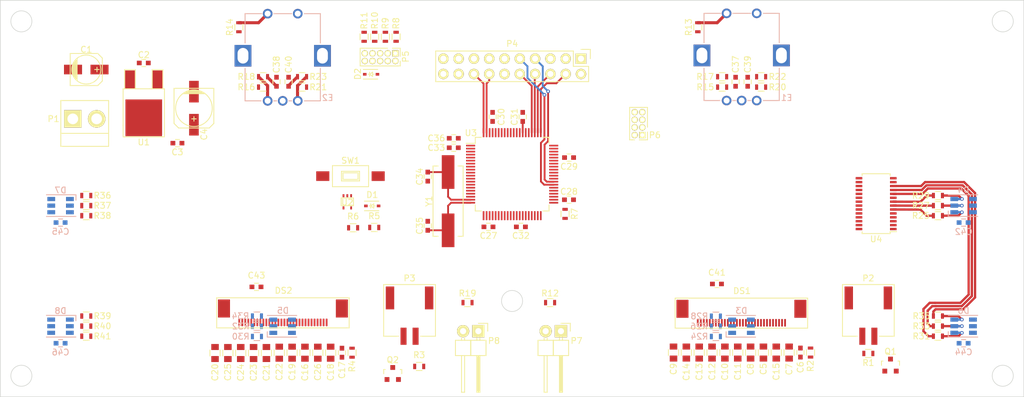
<source format=kicad_pcb>
(kicad_pcb (version 4) (host pcbnew "(2015-05-18 BZR 5668)-product")
  (layers (0 F.Cu signal) (31 B.Cu signal) (34 B.Paste user) (35 F.Paste user) (36 B.SilkS user) (37 F.SilkS user) (38 B.Mask user) (39 F.Mask user) (44 Edge.Cuts user))
  (net 0 "")
  (net 1 +9V)
  (net 2 GNDD)
  (net 3 +3V3)
  (net 4 "Net-(C5-Pad1)")
  (net 5 "Net-(C5-Pad2)")
  (net 6 "Net-(C8-Pad1)")
  (net 7 "Net-(C9-Pad2)")
  (net 8 "Net-(C10-Pad2)")
  (net 9 "Net-(C11-Pad1)")
  (net 10 "Net-(C11-Pad2)")
  (net 11 "Net-(C12-Pad2)")
  (net 12 "Net-(C13-Pad2)")
  (net 13 "Net-(C14-Pad2)")
  (net 14 "Net-(C15-Pad2)")
  (net 15 "Net-(C16-Pad1)")
  (net 16 "Net-(C16-Pad2)")
  (net 17 "Net-(C19-Pad1)")
  (net 18 "Net-(C20-Pad2)")
  (net 19 "Net-(C21-Pad2)")
  (net 20 "Net-(C22-Pad1)")
  (net 21 "Net-(C22-Pad2)")
  (net 22 "Net-(C23-Pad2)")
  (net 23 "Net-(C24-Pad2)")
  (net 24 "Net-(C25-Pad2)")
  (net 25 "Net-(C26-Pad2)")
  (net 26 "Net-(C34-Pad1)")
  (net 27 "Net-(C35-Pad1)")
  (net 28 ENC1_B)
  (net 29 ENC2_B)
  (net 30 ENC1_A)
  (net 31 ENC2_A)
  (net 32 "Net-(D1-Pad1)")
  (net 33 RESET)
  (net 34 "Net-(D2-Pad1)")
  (net 35 "Net-(D3-Pad1)")
  (net 36 "Net-(D3-Pad2)")
  (net 37 "Net-(D3-Pad3)")
  (net 38 "Net-(D4-Pad1)")
  (net 39 "Net-(D4-Pad2)")
  (net 40 "Net-(D4-Pad3)")
  (net 41 "Net-(D5-Pad1)")
  (net 42 "Net-(D5-Pad2)")
  (net 43 "Net-(D5-Pad3)")
  (net 44 "Net-(D6-Pad1)")
  (net 45 "Net-(D6-Pad2)")
  (net 46 "Net-(D6-Pad3)")
  (net 47 "Net-(D7-Pad1)")
  (net 48 "Net-(D7-Pad2)")
  (net 49 "Net-(D7-Pad3)")
  (net 50 "Net-(D8-Pad1)")
  (net 51 "Net-(D8-Pad2)")
  (net 52 "Net-(D8-Pad3)")
  (net 53 GLCD1_CS)
  (net 54 GLCD_RESET)
  (net 55 GLCD_A0)
  (net 56 "Net-(DS1-Pad20)")
  (net 57 GLCD_SCL)
  (net 58 GLCD_SI)
  (net 59 "Net-(DS1-Pad4)")
  (net 60 GLCD2_CS)
  (net 61 "Net-(DS2-Pad20)")
  (net 62 "Net-(DS2-Pad4)")
  (net 63 "Net-(E1-Pad5)")
  (net 64 ENC1_SW)
  (net 65 "Net-(E1-Pad3)")
  (net 66 "Net-(E2-Pad5)")
  (net 67 ENC2_SW)
  (net 68 "Net-(E2-Pad3)")
  (net 69 "Net-(P2-Pad1)")
  (net 70 "Net-(P3-Pad1)")
  (net 71 SPI0_MISO_HMI)
  (net 72 SPI0_MOSI_HMI)
  (net 73 CLI_UART_TX0)
  (net 74 SPI0_CLK_HMI)
  (net 75 CLI_UART_RX0)
  (net 76 SPI0_CS0_HMI)
  (net 77 POWER_BUTTON)
  (net 78 HMI_UART_RX3)
  (net 79 PM_LEDS_OE)
  (net 80 HMI_UART_TX3)
  (net 81 PM_LEDS_SCL)
  (net 82 HMI_RESET)
  (net 83 PM_LEDS_SDA)
  (net 84 HMI_ISP_ENABLE)
  (net 85 "Net-(P5-Pad1)")
  (net 86 "Net-(P5-Pad7)")
  (net 87 JTAG_TCK_SWDCLK)
  (net 88 JTAG_TDO_SWO)
  (net 89 JTAG_TDI)
  (net 90 JTAG_TMS_SDWIO)
  (net 91 FS1)
  (net 92 FS2)
  (net 93 GLCD1_BL)
  (net 94 GLCD2_BL)
  (net 95 ENABLE_RESET)
  (net 96 FS1_LED_R)
  (net 97 "Net-(R25-Pad2)")
  (net 98 FS1_LED_G)
  (net 99 "Net-(R27-Pad2)")
  (net 100 FS1_LED_B)
  (net 101 "Net-(R29-Pad2)")
  (net 102 FS2_LED_R)
  (net 103 "Net-(R31-Pad2)")
  (net 104 FS2_LED_G)
  (net 105 "Net-(R33-Pad2)")
  (net 106 FS2_LED_B)
  (net 107 "Net-(R35-Pad2)")
  (net 108 "Net-(R36-Pad2)")
  (net 109 "Net-(R37-Pad2)")
  (net 110 "Net-(R38-Pad2)")
  (net 111 "Net-(R39-Pad2)")
  (net 112 "Net-(R40-Pad2)")
  (net 113 "Net-(R41-Pad2)")
  (net 114 "Net-(U3-Pad4)")
  (net 115 "Net-(U3-Pad11)")
  (net 116 "Net-(U3-Pad13)")
  (net 117 "Net-(U3-Pad15)")
  (net 118 "Net-(U3-Pad29)")
  (net 119 "Net-(U3-Pad36)")
  (net 120 "Net-(U3-Pad39)")
  (net 121 "Net-(U3-Pad40)")
  (net 122 "Net-(U3-Pad46)")
  (net 123 "Net-(U3-Pad49)")
  (net 124 "Net-(U3-Pad50)")
  (net 125 "Net-(U3-Pad65)")
  (net 126 "Net-(U3-Pad68)")
  (net 127 "Net-(U3-Pad69)")
  (net 128 "Net-(U3-Pad70)")
  (net 129 "Net-(U3-Pad71)")
  (net 130 "Net-(U3-Pad72)")
  (net 131 "Net-(U3-Pad73)")
  (net 132 "Net-(U3-Pad74)")
  (net 133 "Net-(U3-Pad75)")
  (net 134 "Net-(U3-Pad76)")
  (net 135 "Net-(U4-Pad9)")
  (net 136 "Net-(U4-Pad13)")
  (net 137 "Net-(U4-Pad18)")
  (net 138 "Net-(U4-Pad22)")
  (net 139 "HMI_RFU_02(TX)")
  (net 140 "HMI_RFU_01(RX)")
  (module Capacitors_SMD:c_elec_5x5.3 (layer F.Cu) (at 85.9536 50.5714)
    (fp_text reference C1 (at 0 -3.3274) (layer F.SilkS))
    (fp_text value 10uF hide)
    (pad 1 smd rect (at 2.19964 0) (size 2.99974 1.6002) (layers F.Cu F.Paste F.Mask) (net 1 +9V))
    (pad 2 smd rect (at -2.19964 0) (size 2.99974 1.6002) (layers F.Cu F.Paste F.Mask) (net 2 GNDD))
  )
  (module Capacitors_SMD:C_0603 (layer F.Cu) (at 95.504 49.4792)
    (fp_text reference C2 (at 0 -1.3462) (layer F.SilkS))
    (fp_text value 100nF hide)
    (pad 1 smd rect (at -0.75 0) (size 0.8 0.75) (layers F.Cu F.Paste F.Mask) (net 1 +9V))
    (pad 2 smd rect (at 0.75 0) (size 0.8 0.75) (layers F.Cu F.Paste F.Mask) (net 2 GNDD))
  )
  (module Capacitors_SMD:C_0603 (layer F.Cu) (at 101.092 62.8142 180)
    (fp_text reference C3 (at 0 -1.4986 180) (layer F.SilkS))
    (fp_text value 100nF hide)
    (pad 1 smd rect (at -0.75 0 180) (size 0.8 0.75) (layers F.Cu F.Paste F.Mask) (net 3 +3V3))
    (pad 2 smd rect (at 0.75 0 180) (size 0.8 0.75) (layers F.Cu F.Paste F.Mask) (net 2 GNDD))
  )
  (module Capacitors_SMD:c_elec_6.3x5.3 (layer F.Cu) (at 103.8352 56.9976 270)
    (fp_text reference C4 (at 4.3688 -1.6764 270) (layer F.SilkS))
    (fp_text value 100uF hide)
    (pad 1 smd rect (at 2.75082 0 270) (size 3.59918 1.6002) (layers F.Cu F.Paste F.Mask) (net 3 +3V3))
    (pad 2 smd rect (at -2.75082 0 270) (size 3.59918 1.6002) (layers F.Cu F.Paste F.Mask) (net 2 GNDD))
  )
  (module Capacitors_SMD:C_0805 (layer F.Cu) (at 198.4248 97.6376 90)
    (fp_text reference C5 (at -2.7432 0 90) (layer F.SilkS))
    (fp_text value 1uF hide)
    (pad 1 smd rect (at -1 0 90) (size 1 1.25) (layers F.Cu F.Paste F.Mask) (net 4 "Net-(C5-Pad1)"))
    (pad 2 smd rect (at 1 0 90) (size 1 1.25) (layers F.Cu F.Paste F.Mask) (net 5 "Net-(C5-Pad2)"))
  )
  (module Capacitors_SMD:C_0603 (layer F.Cu) (at 204.5716 97.6376 90)
    (fp_text reference C6 (at -2.4384 0 90) (layer F.SilkS))
    (fp_text value 100nF hide)
    (pad 1 smd rect (at -0.75 0 90) (size 0.8 0.75) (layers F.Cu F.Paste F.Mask) (net 2 GNDD))
    (pad 2 smd rect (at 0.75 0 90) (size 0.8 0.75) (layers F.Cu F.Paste F.Mask) (net 3 +3V3))
  )
  (module Capacitors_SMD:C_0805 (layer F.Cu) (at 202.692 97.6376 90)
    (fp_text reference C7 (at -2.794 0 90) (layer F.SilkS))
    (fp_text value 10uF hide)
    (pad 1 smd rect (at -1 0 90) (size 1 1.25) (layers F.Cu F.Paste F.Mask) (net 2 GNDD))
    (pad 2 smd rect (at 1 0 90) (size 1 1.25) (layers F.Cu F.Paste F.Mask) (net 3 +3V3))
  )
  (module Capacitors_SMD:C_0805 (layer F.Cu) (at 196.2912 97.6376 90)
    (fp_text reference C8 (at -2.7686 0 270) (layer F.SilkS))
    (fp_text value 1uF hide)
    (pad 1 smd rect (at -1 0 90) (size 1 1.25) (layers F.Cu F.Paste F.Mask) (net 6 "Net-(C8-Pad1)"))
    (pad 2 smd rect (at 1 0 90) (size 1 1.25) (layers F.Cu F.Paste F.Mask) (net 5 "Net-(C5-Pad2)"))
  )
  (module Capacitors_SMD:C_0805 (layer F.Cu) (at 183.4896 97.6376 90)
    (fp_text reference C9 (at -2.7432 0 270) (layer F.SilkS))
    (fp_text value 1uF hide)
    (pad 1 smd rect (at -1 0 90) (size 1 1.25) (layers F.Cu F.Paste F.Mask) (net 2 GNDD))
    (pad 2 smd rect (at 1 0 90) (size 1 1.25) (layers F.Cu F.Paste F.Mask) (net 7 "Net-(C9-Pad2)"))
  )
  (module Capacitors_SMD:C_0805 (layer F.Cu) (at 192.024 97.6376 90)
    (fp_text reference C10 (at -3.2004 0 270) (layer F.SilkS))
    (fp_text value 1uF hide)
    (pad 1 smd rect (at -1 0 90) (size 1 1.25) (layers F.Cu F.Paste F.Mask) (net 2 GNDD))
    (pad 2 smd rect (at 1 0 90) (size 1 1.25) (layers F.Cu F.Paste F.Mask) (net 8 "Net-(C10-Pad2)"))
  )
  (module Capacitors_SMD:C_0805 (layer F.Cu) (at 194.1576 97.6376 90)
    (fp_text reference C11 (at -3.175 0 90) (layer F.SilkS))
    (fp_text value 1uF hide)
    (pad 1 smd rect (at -1 0 90) (size 1 1.25) (layers F.Cu F.Paste F.Mask) (net 9 "Net-(C11-Pad1)"))
    (pad 2 smd rect (at 1 0 90) (size 1 1.25) (layers F.Cu F.Paste F.Mask) (net 10 "Net-(C11-Pad2)"))
  )
  (module Capacitors_SMD:C_0805 (layer F.Cu) (at 189.8904 97.6376 90)
    (fp_text reference C12 (at -3.2004 0 90) (layer F.SilkS))
    (fp_text value 1uF hide)
    (pad 1 smd rect (at -1 0 90) (size 1 1.25) (layers F.Cu F.Paste F.Mask) (net 2 GNDD))
    (pad 2 smd rect (at 1 0 90) (size 1 1.25) (layers F.Cu F.Paste F.Mask) (net 11 "Net-(C12-Pad2)"))
  )
  (module Capacitors_SMD:C_0805 (layer F.Cu) (at 187.7568 97.6376 90)
    (fp_text reference C13 (at -3.2004 0 90) (layer F.SilkS))
    (fp_text value 1uF hide)
    (pad 1 smd rect (at -1 0 90) (size 1 1.25) (layers F.Cu F.Paste F.Mask) (net 2 GNDD))
    (pad 2 smd rect (at 1 0 90) (size 1 1.25) (layers F.Cu F.Paste F.Mask) (net 12 "Net-(C13-Pad2)"))
  )
  (module Capacitors_SMD:C_0805 (layer F.Cu) (at 185.6232 97.6376 90)
    (fp_text reference C14 (at -3.2512 0 270) (layer F.SilkS))
    (fp_text value 1uF hide)
    (pad 1 smd rect (at -1 0 90) (size 1 1.25) (layers F.Cu F.Paste F.Mask) (net 2 GNDD))
    (pad 2 smd rect (at 1 0 90) (size 1 1.25) (layers F.Cu F.Paste F.Mask) (net 13 "Net-(C14-Pad2)"))
  )
  (module Capacitors_SMD:C_0805 (layer F.Cu) (at 200.5584 97.6376 90)
    (fp_text reference C15 (at -3.2004 0 90) (layer F.SilkS))
    (fp_text value 1uF hide)
    (pad 1 smd rect (at -1 0 90) (size 1 1.25) (layers F.Cu F.Paste F.Mask) (net 2 GNDD))
    (pad 2 smd rect (at 1 0 90) (size 1 1.25) (layers F.Cu F.Paste F.Mask) (net 14 "Net-(C15-Pad2)"))
  )
  (module Capacitors_SMD:C_0805 (layer F.Cu) (at 122.2756 97.663 90)
    (fp_text reference C16 (at -3.2766 0 90) (layer F.SilkS))
    (fp_text value 1uF hide)
    (pad 1 smd rect (at -1 0 90) (size 1 1.25) (layers F.Cu F.Paste F.Mask) (net 15 "Net-(C16-Pad1)"))
    (pad 2 smd rect (at 1 0 90) (size 1 1.25) (layers F.Cu F.Paste F.Mask) (net 16 "Net-(C16-Pad2)"))
  )
  (module Capacitors_SMD:C_0603 (layer F.Cu) (at 128.4224 97.663 90)
    (fp_text reference C17 (at -2.8956 0 90) (layer F.SilkS))
    (fp_text value 100nF hide)
    (pad 1 smd rect (at -0.75 0 90) (size 0.8 0.75) (layers F.Cu F.Paste F.Mask) (net 2 GNDD))
    (pad 2 smd rect (at 0.75 0 90) (size 0.8 0.75) (layers F.Cu F.Paste F.Mask) (net 3 +3V3))
  )
  (module Capacitors_SMD:C_0805 (layer F.Cu) (at 126.5428 97.663 90)
    (fp_text reference C18 (at -3.2512 0 90) (layer F.SilkS))
    (fp_text value 10uF hide)
    (pad 1 smd rect (at -1 0 90) (size 1 1.25) (layers F.Cu F.Paste F.Mask) (net 2 GNDD))
    (pad 2 smd rect (at 1 0 90) (size 1 1.25) (layers F.Cu F.Paste F.Mask) (net 3 +3V3))
  )
  (module Capacitors_SMD:C_0805 (layer F.Cu) (at 120.142 97.663 90)
    (fp_text reference C19 (at -3.2258 0 90) (layer F.SilkS))
    (fp_text value 1uF hide)
    (pad 1 smd rect (at -1 0 90) (size 1 1.25) (layers F.Cu F.Paste F.Mask) (net 17 "Net-(C19-Pad1)"))
    (pad 2 smd rect (at 1 0 90) (size 1 1.25) (layers F.Cu F.Paste F.Mask) (net 16 "Net-(C16-Pad2)"))
  )
  (module Capacitors_SMD:C_0805 (layer F.Cu) (at 107.3404 97.7138 90)
    (fp_text reference C20 (at -3.2258 0 90) (layer F.SilkS))
    (fp_text value 1uF hide)
    (pad 1 smd rect (at -1 0 90) (size 1 1.25) (layers F.Cu F.Paste F.Mask) (net 2 GNDD))
    (pad 2 smd rect (at 1 0 90) (size 1 1.25) (layers F.Cu F.Paste F.Mask) (net 18 "Net-(C20-Pad2)"))
  )
  (module Capacitors_SMD:C_0805 (layer F.Cu) (at 115.8748 97.7138 90)
    (fp_text reference C21 (at -3.2258 0 90) (layer F.SilkS))
    (fp_text value 1uF hide)
    (pad 1 smd rect (at -1 0 90) (size 1 1.25) (layers F.Cu F.Paste F.Mask) (net 2 GNDD))
    (pad 2 smd rect (at 1 0 90) (size 1 1.25) (layers F.Cu F.Paste F.Mask) (net 19 "Net-(C21-Pad2)"))
  )
  (module Capacitors_SMD:C_0805 (layer F.Cu) (at 118.0084 97.663 90)
    (fp_text reference C22 (at -3.2004 0 90) (layer F.SilkS))
    (fp_text value 1uF hide)
    (pad 1 smd rect (at -1 0 90) (size 1 1.25) (layers F.Cu F.Paste F.Mask) (net 20 "Net-(C22-Pad1)"))
    (pad 2 smd rect (at 1 0 90) (size 1 1.25) (layers F.Cu F.Paste F.Mask) (net 21 "Net-(C22-Pad2)"))
  )
  (module Capacitors_SMD:C_0805 (layer F.Cu) (at 113.7412 97.7138 90)
    (fp_text reference C23 (at -3.2512 0 90) (layer F.SilkS))
    (fp_text value 1uF hide)
    (pad 1 smd rect (at -1 0 90) (size 1 1.25) (layers F.Cu F.Paste F.Mask) (net 2 GNDD))
    (pad 2 smd rect (at 1 0 90) (size 1 1.25) (layers F.Cu F.Paste F.Mask) (net 22 "Net-(C23-Pad2)"))
  )
  (module Capacitors_SMD:C_0805 (layer F.Cu) (at 111.6076 97.7138 90)
    (fp_text reference C24 (at -3.2512 0 90) (layer F.SilkS))
    (fp_text value 1uF hide)
    (pad 1 smd rect (at -1 0 90) (size 1 1.25) (layers F.Cu F.Paste F.Mask) (net 2 GNDD))
    (pad 2 smd rect (at 1 0 90) (size 1 1.25) (layers F.Cu F.Paste F.Mask) (net 23 "Net-(C24-Pad2)"))
  )
  (module Capacitors_SMD:C_0805 (layer F.Cu) (at 109.474 97.7138 90)
    (fp_text reference C25 (at -3.2004 0 90) (layer F.SilkS))
    (fp_text value 1uF hide)
    (pad 1 smd rect (at -1 0 90) (size 1 1.25) (layers F.Cu F.Paste F.Mask) (net 2 GNDD))
    (pad 2 smd rect (at 1 0 90) (size 1 1.25) (layers F.Cu F.Paste F.Mask) (net 24 "Net-(C25-Pad2)"))
  )
  (module Capacitors_SMD:C_0805 (layer F.Cu) (at 124.4092 97.663 90)
    (fp_text reference C26 (at -3.2258 0 90) (layer F.SilkS))
    (fp_text value 1uF hide)
    (pad 1 smd rect (at -1 0 90) (size 1 1.25) (layers F.Cu F.Paste F.Mask) (net 2 GNDD))
    (pad 2 smd rect (at 1 0 90) (size 1 1.25) (layers F.Cu F.Paste F.Mask) (net 25 "Net-(C26-Pad2)"))
  )
  (module Capacitors_SMD:C_0603 (layer F.Cu) (at 152.7556 76.7334)
    (fp_text reference C27 (at 0 1.4732) (layer F.SilkS))
    (fp_text value 100nF hide)
    (pad 1 smd rect (at -0.75 0) (size 0.8 0.75) (layers F.Cu F.Paste F.Mask) (net 3 +3V3))
    (pad 2 smd rect (at 0.75 0) (size 0.8 0.75) (layers F.Cu F.Paste F.Mask) (net 2 GNDD))
  )
  (module Capacitors_SMD:C_0603 (layer F.Cu) (at 166.1287 72.2249)
    (fp_text reference C28 (at 0 -1.3462) (layer F.SilkS))
    (fp_text value 100nF hide)
    (pad 1 smd rect (at -0.75 0) (size 0.8 0.75) (layers F.Cu F.Paste F.Mask) (net 3 +3V3))
    (pad 2 smd rect (at 0.75 0) (size 0.8 0.75) (layers F.Cu F.Paste F.Mask) (net 2 GNDD))
  )
  (module Capacitors_SMD:C_0603 (layer F.Cu) (at 166.1414 65.2145)
    (fp_text reference C29 (at 0 1.4986) (layer F.SilkS))
    (fp_text value 100nF hide)
    (pad 1 smd rect (at -0.75 0) (size 0.8 0.75) (layers F.Cu F.Paste F.Mask) (net 3 +3V3))
    (pad 2 smd rect (at 0.75 0) (size 0.8 0.75) (layers F.Cu F.Paste F.Mask) (net 2 GNDD))
  )
  (module Capacitors_SMD:C_0603 (layer F.Cu) (at 153.4414 58.4454 90)
    (fp_text reference C30 (at 0 1.4478 90) (layer F.SilkS))
    (fp_text value 100nF hide)
    (pad 1 smd rect (at -0.75 0 90) (size 0.8 0.75) (layers F.Cu F.Paste F.Mask) (net 3 +3V3))
    (pad 2 smd rect (at 0.75 0 90) (size 0.8 0.75) (layers F.Cu F.Paste F.Mask) (net 2 GNDD))
  )
  (module Capacitors_SMD:C_0603 (layer F.Cu) (at 158.4452 58.4454 90)
    (fp_text reference C31 (at 0 -1.3716 90) (layer F.SilkS))
    (fp_text value 100nF hide)
    (pad 1 smd rect (at -0.75 0 90) (size 0.8 0.75) (layers F.Cu F.Paste F.Mask) (net 3 +3V3))
    (pad 2 smd rect (at 0.75 0 90) (size 0.8 0.75) (layers F.Cu F.Paste F.Mask) (net 2 GNDD))
  )
  (module Capacitors_SMD:C_0603 (layer F.Cu) (at 158.1404 76.7334 180)
    (fp_text reference C32 (at 0 -1.4732 180) (layer F.SilkS))
    (fp_text value 100nF hide)
    (pad 1 smd rect (at -0.75 0 180) (size 0.8 0.75) (layers F.Cu F.Paste F.Mask) (net 3 +3V3))
    (pad 2 smd rect (at 0.75 0 180) (size 0.8 0.75) (layers F.Cu F.Paste F.Mask) (net 2 GNDD))
  )
  (module Capacitors_SMD:C_0603 (layer F.Cu) (at 146.9898 63.5762 180)
    (fp_text reference C33 (at 2.8956 0 180) (layer F.SilkS))
    (fp_text value 100nF hide)
    (pad 1 smd rect (at -0.75 0 180) (size 0.8 0.75) (layers F.Cu F.Paste F.Mask) (net 3 +3V3))
    (pad 2 smd rect (at 0.75 0 180) (size 0.8 0.75) (layers F.Cu F.Paste F.Mask) (net 2 GNDD))
  )
  (module Capacitors_SMD:C_0603 (layer F.Cu) (at 142.6718 68.3768 270)
    (fp_text reference C34 (at 0 1.3462 270) (layer F.SilkS))
    (fp_text value 39pF hide)
    (pad 1 smd rect (at -0.75 0 270) (size 0.8 0.75) (layers F.Cu F.Paste F.Mask) (net 26 "Net-(C34-Pad1)"))
    (pad 2 smd rect (at 0.75 0 270) (size 0.8 0.75) (layers F.Cu F.Paste F.Mask) (net 2 GNDD))
  )
  (module Capacitors_SMD:C_0603 (layer F.Cu) (at 142.6718 76.5556 90)
    (fp_text reference C35 (at 0 -1.3462 90) (layer F.SilkS))
    (fp_text value 39pF hide)
    (pad 1 smd rect (at -0.75 0 90) (size 0.8 0.75) (layers F.Cu F.Paste F.Mask) (net 27 "Net-(C35-Pad1)"))
    (pad 2 smd rect (at 0.75 0 90) (size 0.8 0.75) (layers F.Cu F.Paste F.Mask) (net 2 GNDD))
  )
  (module Capacitors_SMD:C_0603 (layer F.Cu) (at 146.9898 62.0014 180)
    (fp_text reference C36 (at 2.8956 0 180) (layer F.SilkS))
    (fp_text value 100nF hide)
    (pad 1 smd rect (at -0.75 0 180) (size 0.8 0.75) (layers F.Cu F.Paste F.Mask) (net 3 +3V3))
    (pad 2 smd rect (at 0.75 0 180) (size 0.8 0.75) (layers F.Cu F.Paste F.Mask) (net 2 GNDD))
  )
  (module Capacitors_SMD:C_0603 (layer F.Cu) (at 193.802 52.6034 90)
    (fp_text reference C37 (at 2.8956 0 90) (layer F.SilkS))
    (fp_text value 0.01uF hide)
    (pad 1 smd rect (at -0.75 0 90) (size 0.8 0.75) (layers F.Cu F.Paste F.Mask) (net 28 ENC1_B))
    (pad 2 smd rect (at 0.75 0 90) (size 0.8 0.75) (layers F.Cu F.Paste F.Mask) (net 2 GNDD))
  )
  (module Capacitors_SMD:C_0603 (layer F.Cu) (at 117.5512 52.6034 90)
    (fp_text reference C38 (at 2.8702 0 90) (layer F.SilkS))
    (fp_text value 0.01uF hide)
    (pad 1 smd rect (at -0.75 0 90) (size 0.8 0.75) (layers F.Cu F.Paste F.Mask) (net 29 ENC2_B))
    (pad 2 smd rect (at 0.75 0 90) (size 0.8 0.75) (layers F.Cu F.Paste F.Mask) (net 2 GNDD))
  )
  (module Capacitors_SMD:C_0603 (layer F.Cu) (at 195.8086 52.6034 90)
    (fp_text reference C39 (at 2.8956 0 90) (layer F.SilkS))
    (fp_text value 0.01uF hide)
    (pad 1 smd rect (at -0.75 0 90) (size 0.8 0.75) (layers F.Cu F.Paste F.Mask) (net 30 ENC1_A))
    (pad 2 smd rect (at 0.75 0 90) (size 0.8 0.75) (layers F.Cu F.Paste F.Mask) (net 2 GNDD))
  )
  (module Capacitors_SMD:C_0603 (layer F.Cu) (at 119.5578 52.6034 90)
    (fp_text reference C40 (at 2.8702 0 90) (layer F.SilkS))
    (fp_text value 0.01uF hide)
    (pad 1 smd rect (at -0.75 0 90) (size 0.8 0.75) (layers F.Cu F.Paste F.Mask) (net 31 ENC2_A))
    (pad 2 smd rect (at 0.75 0 90) (size 0.8 0.75) (layers F.Cu F.Paste F.Mask) (net 2 GNDD))
  )
  (module Capacitors_SMD:C_0603 (layer F.Cu) (at 190.7032 86.233)
    (fp_text reference C41 (at 0 -1.9) (layer F.SilkS))
    (fp_text value 100nF hide)
    (pad 1 smd rect (at -0.75 0) (size 0.8 0.75) (layers F.Cu F.Paste F.Mask) (net 3 +3V3))
    (pad 2 smd rect (at 0.75 0) (size 0.8 0.75) (layers F.Cu F.Paste F.Mask) (net 2 GNDD))
  )
  (module Capacitors_SMD:C_0603 (layer B.Cu) (at 231.6734 76.0222 180)
    (fp_text reference C42 (at 0 -1.524 180) (layer B.SilkS) (effects (justify mirror)))
    (fp_text value 100nF hide)
    (pad 1 smd rect (at -0.75 0 180) (size 0.8 0.75) (layers B.Cu B.Paste B.Mask) (net 3 +3V3))
    (pad 2 smd rect (at 0.75 0 180) (size 0.8 0.75) (layers B.Cu B.Paste B.Mask) (net 2 GNDD))
  )
  (module Capacitors_SMD:C_0603 (layer F.Cu) (at 114.2238 86.7156)
    (fp_text reference C43 (at 0 -1.9) (layer F.SilkS))
    (fp_text value 100nF hide)
    (pad 1 smd rect (at -0.75 0) (size 0.8 0.75) (layers F.Cu F.Paste F.Mask) (net 3 +3V3))
    (pad 2 smd rect (at 0.75 0) (size 0.8 0.75) (layers F.Cu F.Paste F.Mask) (net 2 GNDD))
  )
  (module Capacitors_SMD:C_0603 (layer B.Cu) (at 231.6734 96.0882 180)
    (fp_text reference C44 (at 0 -1.4732 180) (layer B.SilkS) (effects (justify mirror)))
    (fp_text value 100nF hide)
    (pad 1 smd rect (at -0.75 0 180) (size 0.8 0.75) (layers B.Cu B.Paste B.Mask) (net 3 +3V3))
    (pad 2 smd rect (at 0.75 0 180) (size 0.8 0.75) (layers B.Cu B.Paste B.Mask) (net 2 GNDD))
  )
  (module Capacitors_SMD:C_0603 (layer B.Cu) (at 81.6864 76.0222)
    (fp_text reference C45 (at 0 1.4986) (layer B.SilkS) (effects (justify mirror)))
    (fp_text value 100nF hide)
    (pad 1 smd rect (at -0.75 0) (size 0.8 0.75) (layers B.Cu B.Paste B.Mask) (net 3 +3V3))
    (pad 2 smd rect (at 0.75 0) (size 0.8 0.75) (layers B.Cu B.Paste B.Mask) (net 2 GNDD))
  )
  (module Capacitors_SMD:C_0603 (layer B.Cu) (at 81.6864 96.0882)
    (fp_text reference C46 (at 0 1.4986) (layer B.SilkS) (effects (justify mirror)))
    (fp_text value 100nF hide)
    (pad 1 smd rect (at -0.75 0) (size 0.8 0.75) (layers B.Cu B.Paste B.Mask) (net 3 +3V3))
    (pad 2 smd rect (at 0.75 0) (size 0.8 0.75) (layers B.Cu B.Paste B.Mask) (net 2 GNDD))
  )
  (module Diodes_SMD:SOD-323 (layer F.Cu) (at 133.4516 73.2536)
    (fp_text reference D1 (at 0 -1.85) (layer F.SilkS))
    (fp_text value D hide)
    (pad 1 smd rect (at -1.055 0) (size 0.59 0.45) (layers F.Cu F.Paste F.Mask) (net 32 "Net-(D1-Pad1)"))
    (pad 2 smd rect (at 1.055 0) (size 0.59 0.45) (layers F.Cu F.Paste F.Mask) (net 33 RESET))
  )
  (module Diodes_SMD:SOD-323 (layer F.Cu) (at 133.2611 51.3588)
    (fp_text reference D2 (at -2.2098 -0.0508 90) (layer F.SilkS))
    (fp_text value 1N4148 hide)
    (pad 1 smd rect (at -1.055 0) (size 0.59 0.45) (layers F.Cu F.Paste F.Mask) (net 34 "Net-(D2-Pad1)"))
    (pad 2 smd rect (at 1.055 0) (size 0.59 0.45) (layers F.Cu F.Paste F.Mask) (net 33 RESET))
  )
  (module LEDs:LED_RGB_PLLC-6 (layer B.Cu) (at 194.7799 93.2688)
    (fp_text reference D3 (at -0.0127 -2.5908 180) (layer B.SilkS) (effects (justify mirror)))
    (fp_text value LED_RGB hide)
    (pad 1 smd rect (at -1.55 1.1 270) (size 0.7 1.3) (layers B.Cu B.Paste B.Mask) (net 35 "Net-(D3-Pad1)"))
    (pad 2 smd rect (at -1.55 0 270) (size 0.7 1.3) (layers B.Cu B.Paste B.Mask) (net 36 "Net-(D3-Pad2)"))
    (pad 3 smd rect (at -1.55 -1.1 270) (size 0.7 1.3) (layers B.Cu B.Paste B.Mask) (net 37 "Net-(D3-Pad3)"))
    (pad 4 smd rect (at 1.55 -1.1 270) (size 0.7 1.3) (layers B.Cu B.Paste B.Mask) (net 3 +3V3))
    (pad 5 smd rect (at 1.55 0 270) (size 0.7 1.3) (layers B.Cu B.Paste B.Mask) (net 3 +3V3))
    (pad 6 smd rect (at 1.55 1.1 270) (size 0.7 1.3) (layers B.Cu B.Paste B.Mask) (net 3 +3V3))
  )
  (module LEDs:LED_RGB_PLLC-6 (layer B.Cu) (at 231.6734 73.2028)
    (fp_text reference D4 (at -0.0254 -2.6162 180) (layer B.SilkS) (effects (justify mirror)))
    (fp_text value LED_RGB hide)
    (pad 1 smd rect (at -1.55 1.1 270) (size 0.7 1.3) (layers B.Cu B.Paste B.Mask) (net 38 "Net-(D4-Pad1)"))
    (pad 2 smd rect (at -1.55 0 270) (size 0.7 1.3) (layers B.Cu B.Paste B.Mask) (net 39 "Net-(D4-Pad2)"))
    (pad 3 smd rect (at -1.55 -1.1 270) (size 0.7 1.3) (layers B.Cu B.Paste B.Mask) (net 40 "Net-(D4-Pad3)"))
    (pad 4 smd rect (at 1.55 -1.1 270) (size 0.7 1.3) (layers B.Cu B.Paste B.Mask) (net 3 +3V3))
    (pad 5 smd rect (at 1.55 0 270) (size 0.7 1.3) (layers B.Cu B.Paste B.Mask) (net 3 +3V3))
    (pad 6 smd rect (at 1.55 1.1 270) (size 0.7 1.3) (layers B.Cu B.Paste B.Mask) (net 3 +3V3))
  )
  (module LEDs:LED_RGB_PLLC-6 (layer B.Cu) (at 118.5672 93.2688)
    (fp_text reference D5 (at 0.0508 -2.6035 180) (layer B.SilkS) (effects (justify mirror)))
    (fp_text value LED_RGB hide)
    (pad 1 smd rect (at -1.55 1.1 270) (size 0.7 1.3) (layers B.Cu B.Paste B.Mask) (net 41 "Net-(D5-Pad1)"))
    (pad 2 smd rect (at -1.55 0 270) (size 0.7 1.3) (layers B.Cu B.Paste B.Mask) (net 42 "Net-(D5-Pad2)"))
    (pad 3 smd rect (at -1.55 -1.1 270) (size 0.7 1.3) (layers B.Cu B.Paste B.Mask) (net 43 "Net-(D5-Pad3)"))
    (pad 4 smd rect (at 1.55 -1.1 270) (size 0.7 1.3) (layers B.Cu B.Paste B.Mask) (net 3 +3V3))
    (pad 5 smd rect (at 1.55 0 270) (size 0.7 1.3) (layers B.Cu B.Paste B.Mask) (net 3 +3V3))
    (pad 6 smd rect (at 1.55 1.1 270) (size 0.7 1.3) (layers B.Cu B.Paste B.Mask) (net 3 +3V3))
  )
  (module LEDs:LED_RGB_PLLC-6 (layer B.Cu) (at 231.6734 93.2561)
    (fp_text reference D6 (at 0 -2.5781 180) (layer B.SilkS) (effects (justify mirror)))
    (fp_text value LED_RGB hide)
    (pad 1 smd rect (at -1.55 1.1 270) (size 0.7 1.3) (layers B.Cu B.Paste B.Mask) (net 44 "Net-(D6-Pad1)"))
    (pad 2 smd rect (at -1.55 0 270) (size 0.7 1.3) (layers B.Cu B.Paste B.Mask) (net 45 "Net-(D6-Pad2)"))
    (pad 3 smd rect (at -1.55 -1.1 270) (size 0.7 1.3) (layers B.Cu B.Paste B.Mask) (net 46 "Net-(D6-Pad3)"))
    (pad 4 smd rect (at 1.55 -1.1 270) (size 0.7 1.3) (layers B.Cu B.Paste B.Mask) (net 3 +3V3))
    (pad 5 smd rect (at 1.55 0 270) (size 0.7 1.3) (layers B.Cu B.Paste B.Mask) (net 3 +3V3))
    (pad 6 smd rect (at 1.55 1.1 270) (size 0.7 1.3) (layers B.Cu B.Paste B.Mask) (net 3 +3V3))
  )
  (module LEDs:LED_RGB_PLLC-6 (layer B.Cu) (at 81.6864 73.2028 180)
    (fp_text reference D7 (at 0 2.55 360) (layer B.SilkS) (effects (justify mirror)))
    (fp_text value LED_RGB hide)
    (pad 1 smd rect (at -1.55 1.1 90) (size 0.7 1.3) (layers B.Cu B.Paste B.Mask) (net 47 "Net-(D7-Pad1)"))
    (pad 2 smd rect (at -1.55 0 90) (size 0.7 1.3) (layers B.Cu B.Paste B.Mask) (net 48 "Net-(D7-Pad2)"))
    (pad 3 smd rect (at -1.55 -1.1 90) (size 0.7 1.3) (layers B.Cu B.Paste B.Mask) (net 49 "Net-(D7-Pad3)"))
    (pad 4 smd rect (at 1.55 -1.1 90) (size 0.7 1.3) (layers B.Cu B.Paste B.Mask) (net 3 +3V3))
    (pad 5 smd rect (at 1.55 0 90) (size 0.7 1.3) (layers B.Cu B.Paste B.Mask) (net 3 +3V3))
    (pad 6 smd rect (at 1.55 1.1 90) (size 0.7 1.3) (layers B.Cu B.Paste B.Mask) (net 3 +3V3))
  )
  (module LEDs:LED_RGB_PLLC-6 (layer B.Cu) (at 81.6737 93.2561 180)
    (fp_text reference D8 (at 0 2.55 360) (layer B.SilkS) (effects (justify mirror)))
    (fp_text value LED_RGB hide)
    (pad 1 smd rect (at -1.55 1.1 90) (size 0.7 1.3) (layers B.Cu B.Paste B.Mask) (net 50 "Net-(D8-Pad1)"))
    (pad 2 smd rect (at -1.55 0 90) (size 0.7 1.3) (layers B.Cu B.Paste B.Mask) (net 51 "Net-(D8-Pad2)"))
    (pad 3 smd rect (at -1.55 -1.1 90) (size 0.7 1.3) (layers B.Cu B.Paste B.Mask) (net 52 "Net-(D8-Pad3)"))
    (pad 4 smd rect (at 1.55 -1.1 90) (size 0.7 1.3) (layers B.Cu B.Paste B.Mask) (net 3 +3V3))
    (pad 5 smd rect (at 1.55 0 90) (size 0.7 1.3) (layers B.Cu B.Paste B.Mask) (net 3 +3V3))
    (pad 6 smd rect (at 1.55 1.1 90) (size 0.7 1.3) (layers B.Cu B.Paste B.Mask) (net 3 +3V3))
  )
  (module footprints:ER-CON30HB-1 (layer F.Cu) (at 194.7672 91.0844 90)
    (fp_text reference DS1 (at 3.7 0.1 180) (layer F.SilkS))
    (fp_text value ERC12864-2 hide)
    (pad "" smd rect (at 0.725 -9.79 180) (size 2 3) (layers F.Cu F.Paste F.Mask))
    (pad "" smd rect (at 0.725 9.79 180) (size 2 3) (layers F.Cu F.Paste F.Mask))
    (pad 30 smd rect (at -1.6 7.25 180) (size 0.3 1.25) (layers F.Cu F.Paste F.Mask) (net 53 GLCD1_CS))
    (pad 29 smd rect (at -1.6 6.75 180) (size 0.3 1.25) (layers F.Cu F.Paste F.Mask) (net 54 GLCD_RESET))
    (pad 28 smd rect (at -1.6 6.25 180) (size 0.3 1.25) (layers F.Cu F.Paste F.Mask) (net 55 GLCD_A0))
    (pad 27 smd rect (at -1.6 5.75 180) (size 0.3 1.25) (layers F.Cu F.Paste F.Mask) (net 56 "Net-(DS1-Pad20)"))
    (pad 26 smd rect (at -1.6 5.25 180) (size 0.3 1.25) (layers F.Cu F.Paste F.Mask) (net 56 "Net-(DS1-Pad20)"))
    (pad 25 smd rect (at -1.6 4.75 180) (size 0.3 1.25) (layers F.Cu F.Paste F.Mask) (net 56 "Net-(DS1-Pad20)"))
    (pad 24 smd rect (at -1.6 4.25 180) (size 0.3 1.25) (layers F.Cu F.Paste F.Mask) (net 56 "Net-(DS1-Pad20)"))
    (pad 23 smd rect (at -1.6 3.75 180) (size 0.3 1.25) (layers F.Cu F.Paste F.Mask) (net 56 "Net-(DS1-Pad20)"))
    (pad 22 smd rect (at -1.6 3.25 180) (size 0.3 1.25) (layers F.Cu F.Paste F.Mask) (net 56 "Net-(DS1-Pad20)"))
    (pad 21 smd rect (at -1.6 2.75 180) (size 0.3 1.25) (layers F.Cu F.Paste F.Mask) (net 56 "Net-(DS1-Pad20)"))
    (pad 20 smd rect (at -1.6 2.25 180) (size 0.3 1.25) (layers F.Cu F.Paste F.Mask) (net 56 "Net-(DS1-Pad20)"))
    (pad 19 smd rect (at -1.6 1.75 180) (size 0.3 1.25) (layers F.Cu F.Paste F.Mask) (net 57 GLCD_SCL))
    (pad 18 smd rect (at -1.6 1.25 180) (size 0.3 1.25) (layers F.Cu F.Paste F.Mask) (net 58 GLCD_SI))
    (pad 17 smd rect (at -1.6 0.75 180) (size 0.3 1.25) (layers F.Cu F.Paste F.Mask) (net 3 +3V3))
    (pad 16 smd rect (at -1.6 0.25 180) (size 0.3 1.25) (layers F.Cu F.Paste F.Mask) (net 2 GNDD))
    (pad 15 smd rect (at -1.6 -0.25 180) (size 0.3 1.25) (layers F.Cu F.Paste F.Mask) (net 14 "Net-(C15-Pad2)"))
    (pad 14 smd rect (at -1.6 -0.75 180) (size 0.3 1.25) (layers F.Cu F.Paste F.Mask) (net 4 "Net-(C5-Pad1)"))
    (pad 13 smd rect (at -1.6 -1.25 180) (size 0.3 1.25) (layers F.Cu F.Paste F.Mask) (net 5 "Net-(C5-Pad2)"))
    (pad 12 smd rect (at -1.6 -1.75 180) (size 0.3 1.25) (layers F.Cu F.Paste F.Mask) (net 6 "Net-(C8-Pad1)"))
    (pad 11 smd rect (at -1.6 -2.25 180) (size 0.3 1.25) (layers F.Cu F.Paste F.Mask) (net 10 "Net-(C11-Pad2)"))
    (pad 10 smd rect (at -1.6 -2.75 180) (size 0.3 1.25) (layers F.Cu F.Paste F.Mask) (net 9 "Net-(C11-Pad1)"))
    (pad 9 smd rect (at -1.6 -3.25 180) (size 0.3 1.25) (layers F.Cu F.Paste F.Mask) (net 8 "Net-(C10-Pad2)"))
    (pad 8 smd rect (at -1.6 -3.75 180) (size 0.3 1.25) (layers F.Cu F.Paste F.Mask) (net 11 "Net-(C12-Pad2)"))
    (pad 7 smd rect (at -1.6 -4.25 180) (size 0.3 1.25) (layers F.Cu F.Paste F.Mask) (net 12 "Net-(C13-Pad2)"))
    (pad 6 smd rect (at -1.6 -4.75 180) (size 0.3 1.25) (layers F.Cu F.Paste F.Mask) (net 13 "Net-(C14-Pad2)"))
    (pad 5 smd rect (at -1.6 -5.25 180) (size 0.3 1.25) (layers F.Cu F.Paste F.Mask) (net 7 "Net-(C9-Pad2)"))
    (pad 4 smd rect (at -1.6 -5.75 180) (size 0.3 1.25) (layers F.Cu F.Paste F.Mask) (net 59 "Net-(DS1-Pad4)"))
    (pad 3 smd rect (at -1.6 -6.25 180) (size 0.3 1.25) (layers F.Cu F.Paste F.Mask) (net 2 GNDD))
    (pad 2 smd rect (at -1.6 -6.75 180) (size 0.3 1.25) (layers F.Cu F.Paste F.Mask) (net 2 GNDD))
    (pad 1 smd rect (at -1.6 -7.25 180) (size 0.3 1.25) (layers F.Cu F.Paste F.Mask) (net 3 +3V3))
  )
  (module footprints:ER-CON30HB-1 (layer F.Cu) (at 118.618 91.0336 90)
    (fp_text reference DS2 (at 3.7 0.1 180) (layer F.SilkS))
    (fp_text value ERC12864-2 hide)
    (pad "" smd rect (at 0.725 -9.79 180) (size 2 3) (layers F.Cu F.Paste F.Mask))
    (pad "" smd rect (at 0.725 9.79 180) (size 2 3) (layers F.Cu F.Paste F.Mask))
    (pad 30 smd rect (at -1.6 7.25 180) (size 0.3 1.25) (layers F.Cu F.Paste F.Mask) (net 60 GLCD2_CS))
    (pad 29 smd rect (at -1.6 6.75 180) (size 0.3 1.25) (layers F.Cu F.Paste F.Mask) (net 54 GLCD_RESET))
    (pad 28 smd rect (at -1.6 6.25 180) (size 0.3 1.25) (layers F.Cu F.Paste F.Mask) (net 55 GLCD_A0))
    (pad 27 smd rect (at -1.6 5.75 180) (size 0.3 1.25) (layers F.Cu F.Paste F.Mask) (net 61 "Net-(DS2-Pad20)"))
    (pad 26 smd rect (at -1.6 5.25 180) (size 0.3 1.25) (layers F.Cu F.Paste F.Mask) (net 61 "Net-(DS2-Pad20)"))
    (pad 25 smd rect (at -1.6 4.75 180) (size 0.3 1.25) (layers F.Cu F.Paste F.Mask) (net 61 "Net-(DS2-Pad20)"))
    (pad 24 smd rect (at -1.6 4.25 180) (size 0.3 1.25) (layers F.Cu F.Paste F.Mask) (net 61 "Net-(DS2-Pad20)"))
    (pad 23 smd rect (at -1.6 3.75 180) (size 0.3 1.25) (layers F.Cu F.Paste F.Mask) (net 61 "Net-(DS2-Pad20)"))
    (pad 22 smd rect (at -1.6 3.25 180) (size 0.3 1.25) (layers F.Cu F.Paste F.Mask) (net 61 "Net-(DS2-Pad20)"))
    (pad 21 smd rect (at -1.6 2.75 180) (size 0.3 1.25) (layers F.Cu F.Paste F.Mask) (net 61 "Net-(DS2-Pad20)"))
    (pad 20 smd rect (at -1.6 2.25 180) (size 0.3 1.25) (layers F.Cu F.Paste F.Mask) (net 61 "Net-(DS2-Pad20)"))
    (pad 19 smd rect (at -1.6 1.75 180) (size 0.3 1.25) (layers F.Cu F.Paste F.Mask) (net 57 GLCD_SCL))
    (pad 18 smd rect (at -1.6 1.25 180) (size 0.3 1.25) (layers F.Cu F.Paste F.Mask) (net 58 GLCD_SI))
    (pad 17 smd rect (at -1.6 0.75 180) (size 0.3 1.25) (layers F.Cu F.Paste F.Mask) (net 3 +3V3))
    (pad 16 smd rect (at -1.6 0.25 180) (size 0.3 1.25) (layers F.Cu F.Paste F.Mask) (net 2 GNDD))
    (pad 15 smd rect (at -1.6 -0.25 180) (size 0.3 1.25) (layers F.Cu F.Paste F.Mask) (net 25 "Net-(C26-Pad2)"))
    (pad 14 smd rect (at -1.6 -0.75 180) (size 0.3 1.25) (layers F.Cu F.Paste F.Mask) (net 15 "Net-(C16-Pad1)"))
    (pad 13 smd rect (at -1.6 -1.25 180) (size 0.3 1.25) (layers F.Cu F.Paste F.Mask) (net 16 "Net-(C16-Pad2)"))
    (pad 12 smd rect (at -1.6 -1.75 180) (size 0.3 1.25) (layers F.Cu F.Paste F.Mask) (net 17 "Net-(C19-Pad1)"))
    (pad 11 smd rect (at -1.6 -2.25 180) (size 0.3 1.25) (layers F.Cu F.Paste F.Mask) (net 21 "Net-(C22-Pad2)"))
    (pad 10 smd rect (at -1.6 -2.75 180) (size 0.3 1.25) (layers F.Cu F.Paste F.Mask) (net 20 "Net-(C22-Pad1)"))
    (pad 9 smd rect (at -1.6 -3.25 180) (size 0.3 1.25) (layers F.Cu F.Paste F.Mask) (net 19 "Net-(C21-Pad2)"))
    (pad 8 smd rect (at -1.6 -3.75 180) (size 0.3 1.25) (layers F.Cu F.Paste F.Mask) (net 22 "Net-(C23-Pad2)"))
    (pad 7 smd rect (at -1.6 -4.25 180) (size 0.3 1.25) (layers F.Cu F.Paste F.Mask) (net 23 "Net-(C24-Pad2)"))
    (pad 6 smd rect (at -1.6 -4.75 180) (size 0.3 1.25) (layers F.Cu F.Paste F.Mask) (net 24 "Net-(C25-Pad2)"))
    (pad 5 smd rect (at -1.6 -5.25 180) (size 0.3 1.25) (layers F.Cu F.Paste F.Mask) (net 18 "Net-(C20-Pad2)"))
    (pad 4 smd rect (at -1.6 -5.75 180) (size 0.3 1.25) (layers F.Cu F.Paste F.Mask) (net 62 "Net-(DS2-Pad4)"))
    (pad 3 smd rect (at -1.6 -6.25 180) (size 0.3 1.25) (layers F.Cu F.Paste F.Mask) (net 2 GNDD))
    (pad 2 smd rect (at -1.6 -6.75 180) (size 0.3 1.25) (layers F.Cu F.Paste F.Mask) (net 2 GNDD))
    (pad 1 smd rect (at -1.6 -7.25 180) (size 0.3 1.25) (layers F.Cu F.Paste F.Mask) (net 3 +3V3))
  )
  (module footprints:PEC11R-4xxxF-Sxxxx (layer B.Cu) (at 197.3072 41.2276 180)
    (fp_text reference E1 (at -4.953 -14.0428 180) (layer B.SilkS) (effects (justify mirror)))
    (fp_text value PEC11R hide)
    (pad 5 thru_hole circle (at 5 -14.5 180) (size 1.6 1.6) (drill 1) (layers *.Cu *.Mask) (net 63 "Net-(E1-Pad5)"))
    (pad 2 thru_hole circle (at 5 0 180) (size 1.6 1.6) (drill 1) (layers *.Cu *.Mask) (net 64 ENC1_SW))
    (pad 3 thru_hole circle (at 0 -14.5 180) (size 1.6 1.6) (drill 1) (layers *.Cu *.Mask) (net 65 "Net-(E1-Pad3)"))
    (pad 1 thru_hole circle (at 0 0 180) (size 1.6 1.6) (drill 1) (layers *.Cu *.Mask) (net 2 GNDD))
    (pad 4 thru_hole circle (at 2.5 -14.5 180) (size 1.6 1.6) (drill 1) (layers *.Cu *.Mask) (net 2 GNDD))
    (pad "" thru_hole rect (at 9.1 -7 180) (size 2.8 3.6) (drill oval 1.8 2.6) (layers *.Cu *.Mask))
    (pad "" thru_hole rect (at -4.1 -7 180) (size 2.8 3.6) (drill oval 1.8 2.6) (layers *.Cu *.Mask))
  )
  (module footprints:PEC11R-4xxxF-Sxxxx (layer B.Cu) (at 121.0818 41.2784 180)
    (fp_text reference E2 (at -4.953 -13.992 180) (layer B.SilkS) (effects (justify mirror)))
    (fp_text value PEC11R hide)
    (pad 5 thru_hole circle (at 5 -14.5 180) (size 1.6 1.6) (drill 1) (layers *.Cu *.Mask) (net 66 "Net-(E2-Pad5)"))
    (pad 2 thru_hole circle (at 5 0 180) (size 1.6 1.6) (drill 1) (layers *.Cu *.Mask) (net 67 ENC2_SW))
    (pad 3 thru_hole circle (at 0 -14.5 180) (size 1.6 1.6) (drill 1) (layers *.Cu *.Mask) (net 68 "Net-(E2-Pad3)"))
    (pad 1 thru_hole circle (at 0 0 180) (size 1.6 1.6) (drill 1) (layers *.Cu *.Mask) (net 2 GNDD))
    (pad 4 thru_hole circle (at 2.5 -14.5 180) (size 1.6 1.6) (drill 1) (layers *.Cu *.Mask) (net 2 GNDD))
    (pad "" thru_hole rect (at 9.1 -7 180) (size 2.8 3.6) (drill oval 1.8 2.6) (layers *.Cu *.Mask))
    (pad "" thru_hole rect (at -4.1 -7 180) (size 2.8 3.6) (drill oval 1.8 2.6) (layers *.Cu *.Mask))
  )
  (module Pin_Headers:Pin_Header_Straight_1x02_Pitch3.96mm_Friction_Lock (layer F.Cu) (at 83.7184 58.7756)
    (fp_text reference P1 (at -3.2004 0) (layer F.SilkS))
    (fp_text value POWER_CONN hide)
    (pad 1 thru_hole rect (at 0 0) (size 2.9 2.9) (drill 1.78) (layers *.Cu *.Mask F.SilkS) (net 2 GNDD))
    (pad 2 thru_hole circle (at 3.96 0) (size 2.9 2.9) (drill 1.78) (layers *.Cu *.Mask F.SilkS) (net 1 +9V))
  )
  (module Pin_Headers:SMD_Pin_Header_Angled_2x01_Pitch2.00mm (layer F.Cu) (at 215.8492 90.6272 90)
    (fp_text reference P2 (at 5.35 0 180) (layer F.SilkS))
    (fp_text value BACKLIGHT hide)
    (pad 1 smd rect (at -4.3 -1) (size 1 2.85) (layers F.Cu F.Paste F.Mask) (net 69 "Net-(P2-Pad1)"))
    (pad 2 smd rect (at -4.3 1) (size 1 2.85) (layers F.Cu F.Paste F.Mask) (net 3 +3V3))
    (pad "" smd rect (at 2.075 -3.25) (size 1.4 3.8) (layers F.Cu F.Paste F.Mask))
    (pad "" smd rect (at 2.075 3.25) (size 1.4 3.8) (layers F.Cu F.Paste F.Mask))
  )
  (module Pin_Headers:SMD_Pin_Header_Angled_2x01_Pitch2.00mm (layer F.Cu) (at 139.6492 90.6272 90)
    (fp_text reference P3 (at 5.35 0 180) (layer F.SilkS))
    (fp_text value BACKLIGHT hide)
    (pad 1 smd rect (at -4.3 -1) (size 1 2.85) (layers F.Cu F.Paste F.Mask) (net 70 "Net-(P3-Pad1)"))
    (pad 2 smd rect (at -4.3 1) (size 1 2.85) (layers F.Cu F.Paste F.Mask) (net 3 +3V3))
    (pad "" smd rect (at 2.075 -3.25) (size 1.4 3.8) (layers F.Cu F.Paste F.Mask))
    (pad "" smd rect (at 2.075 3.25) (size 1.4 3.8) (layers F.Cu F.Paste F.Mask))
  )
  (module Pin_Headers:Pin_Header_Straight_2x10 (layer F.Cu) (at 168.1226 48.768 270)
    (fp_text reference P4 (at -2.4892 11.43 360) (layer F.SilkS))
    (fp_text value BOTTOM_CONN hide)
    (pad 1 thru_hole rect (at 0 0 270) (size 1.7272 1.7272) (drill 1.016) (layers *.Cu *.Mask F.SilkS) (net 139 "HMI_RFU_02(TX)"))
    (pad 2 thru_hole oval (at 2.54 0 270) (size 1.7272 1.7272) (drill 1.016) (layers *.Cu *.Mask F.SilkS) (net 2 GNDD))
    (pad 3 thru_hole oval (at 0 2.54 270) (size 1.7272 1.7272) (drill 1.016) (layers *.Cu *.Mask F.SilkS) (net 140 "HMI_RFU_01(RX)"))
    (pad 4 thru_hole oval (at 2.54 2.54 270) (size 1.7272 1.7272) (drill 1.016) (layers *.Cu *.Mask F.SilkS) (net 71 SPI0_MISO_HMI))
    (pad 5 thru_hole oval (at 0 5.08 270) (size 1.7272 1.7272) (drill 1.016) (layers *.Cu *.Mask F.SilkS) (net 2 GNDD))
    (pad 6 thru_hole oval (at 2.54 5.08 270) (size 1.7272 1.7272) (drill 1.016) (layers *.Cu *.Mask F.SilkS) (net 72 SPI0_MOSI_HMI))
    (pad 7 thru_hole oval (at 0 7.62 270) (size 1.7272 1.7272) (drill 1.016) (layers *.Cu *.Mask F.SilkS) (net 73 CLI_UART_TX0))
    (pad 8 thru_hole oval (at 2.54 7.62 270) (size 1.7272 1.7272) (drill 1.016) (layers *.Cu *.Mask F.SilkS) (net 74 SPI0_CLK_HMI))
    (pad 9 thru_hole oval (at 0 10.16 270) (size 1.7272 1.7272) (drill 1.016) (layers *.Cu *.Mask F.SilkS) (net 75 CLI_UART_RX0))
    (pad 10 thru_hole oval (at 2.54 10.16 270) (size 1.7272 1.7272) (drill 1.016) (layers *.Cu *.Mask F.SilkS) (net 76 SPI0_CS0_HMI))
    (pad 11 thru_hole oval (at 0 12.7 270) (size 1.7272 1.7272) (drill 1.016) (layers *.Cu *.Mask F.SilkS) (net 2 GNDD))
    (pad 12 thru_hole oval (at 2.54 12.7 270) (size 1.7272 1.7272) (drill 1.016) (layers *.Cu *.Mask F.SilkS) (net 2 GNDD))
    (pad 13 thru_hole oval (at 0 15.24 270) (size 1.7272 1.7272) (drill 1.016) (layers *.Cu *.Mask F.SilkS) (net 77 POWER_BUTTON))
    (pad 14 thru_hole oval (at 2.54 15.24 270) (size 1.7272 1.7272) (drill 1.016) (layers *.Cu *.Mask F.SilkS) (net 78 HMI_UART_RX3))
    (pad 15 thru_hole oval (at 0 17.78 270) (size 1.7272 1.7272) (drill 1.016) (layers *.Cu *.Mask F.SilkS) (net 79 PM_LEDS_OE))
    (pad 16 thru_hole oval (at 2.54 17.78 270) (size 1.7272 1.7272) (drill 1.016) (layers *.Cu *.Mask F.SilkS) (net 80 HMI_UART_TX3))
    (pad 17 thru_hole oval (at 0 20.32 270) (size 1.7272 1.7272) (drill 1.016) (layers *.Cu *.Mask F.SilkS) (net 81 PM_LEDS_SCL))
    (pad 18 thru_hole oval (at 2.54 20.32 270) (size 1.7272 1.7272) (drill 1.016) (layers *.Cu *.Mask F.SilkS) (net 82 HMI_RESET))
    (pad 19 thru_hole oval (at 0 22.86 270) (size 1.7272 1.7272) (drill 1.016) (layers *.Cu *.Mask F.SilkS) (net 83 PM_LEDS_SDA))
    (pad 20 thru_hole oval (at 2.54 22.86 270) (size 1.7272 1.7272) (drill 1.016) (layers *.Cu *.Mask F.SilkS) (net 84 HMI_ISP_ENABLE))
  )
  (module Pin_Headers:Pin_Header_Straight_2x05_Pitch1.27mm (layer F.Cu) (at 137.2997 47.879 270)
    (fp_text reference P5 (at 0.55 -1.7 270) (layer F.SilkS))
    (fp_text value ISP hide)
    (pad 1 thru_hole rect (at 0 0 270) (size 1.05 1.05) (drill 0.65) (layers *.Cu *.Mask F.SilkS) (net 85 "Net-(P5-Pad1)"))
    (pad 3 thru_hole circle (at 0 1.27 270) (size 1.05 1.05) (drill 0.65) (layers *.Cu *.Mask F.SilkS) (net 2 GNDD))
    (pad 5 thru_hole circle (at 0 2.54 270) (size 1.05 1.05) (drill 0.65) (layers *.Cu *.Mask F.SilkS) (net 2 GNDD))
    (pad 7 thru_hole circle (at 0 3.81 270) (size 1.05 1.05) (drill 0.65) (layers *.Cu *.Mask F.SilkS) (net 86 "Net-(P5-Pad7)"))
    (pad 9 thru_hole circle (at 0 5.08 270) (size 1.05 1.05) (drill 0.65) (layers *.Cu *.Mask F.SilkS) (net 2 GNDD))
    (pad 4 thru_hole circle (at 1.27 1.27 270) (size 1.05 1.05) (drill 0.65) (layers *.Cu *.Mask F.SilkS) (net 87 JTAG_TCK_SWDCLK))
    (pad 6 thru_hole circle (at 1.27 2.54 270) (size 1.05 1.05) (drill 0.65) (layers *.Cu *.Mask F.SilkS) (net 88 JTAG_TDO_SWO))
    (pad 8 thru_hole circle (at 1.27 3.81 270) (size 1.05 1.05) (drill 0.65) (layers *.Cu *.Mask F.SilkS) (net 89 JTAG_TDI))
    (pad 10 thru_hole circle (at 1.27 5.08 270) (size 1.05 1.05) (drill 0.65) (layers *.Cu *.Mask F.SilkS) (net 34 "Net-(D2-Pad1)"))
    (pad 2 thru_hole circle (at 1.27 0 270) (size 1.05 1.05) (drill 0.65) (layers *.Cu *.Mask F.SilkS) (net 90 JTAG_TMS_SDWIO))
  )
  (module Pin_Headers:Pin_Header_Straight_2x04_Pitch1.27mm (layer F.Cu) (at 178.308 61.468 180)
    (fp_text reference P6 (at -2.0828 0 180) (layer F.SilkS))
    (fp_text value SPI_JTAG hide)
    (pad 1 thru_hole rect (at 0 0 180) (size 1.05 1.05) (drill 0.65) (layers *.Cu *.Mask F.SilkS) (net 76 SPI0_CS0_HMI))
    (pad 3 thru_hole circle (at 0 1.27 180) (size 1.05 1.05) (drill 0.65) (layers *.Cu *.Mask F.SilkS) (net 74 SPI0_CLK_HMI))
    (pad 5 thru_hole circle (at 0 2.54 180) (size 1.05 1.05) (drill 0.65) (layers *.Cu *.Mask F.SilkS) (net 72 SPI0_MOSI_HMI))
    (pad 7 thru_hole circle (at 0 3.81 180) (size 1.05 1.05) (drill 0.65) (layers *.Cu *.Mask F.SilkS) (net 71 SPI0_MISO_HMI))
    (pad 4 thru_hole circle (at 1.27 1.27 180) (size 1.05 1.05) (drill 0.65) (layers *.Cu *.Mask F.SilkS) (net 87 JTAG_TCK_SWDCLK))
    (pad 6 thru_hole circle (at 1.27 2.54 180) (size 1.05 1.05) (drill 0.65) (layers *.Cu *.Mask F.SilkS) (net 89 JTAG_TDI))
    (pad 8 thru_hole circle (at 1.27 3.81 180) (size 1.05 1.05) (drill 0.65) (layers *.Cu *.Mask F.SilkS) (net 88 JTAG_TDO_SWO))
    (pad 2 thru_hole circle (at 1.27 0 180) (size 1.05 1.05) (drill 0.65) (layers *.Cu *.Mask F.SilkS) (net 90 JTAG_TMS_SDWIO))
  )
  (module Housings_SOT-23_SOT-143_TSOT-6:SOT-23 (layer F.Cu) (at 219.5322 99.7204)
    (fp_text reference Q1 (at 0 -2.25) (layer F.SilkS))
    (fp_text value 2N7002 hide)
    (pad 1 smd rect (at -0.95 1.00076) (size 0.8001 0.8001) (layers F.Cu F.Paste F.Mask) (net 93 GLCD1_BL))
    (pad 2 smd rect (at 0.95 1.00076) (size 0.8001 0.8001) (layers F.Cu F.Paste F.Mask) (net 2 GNDD))
    (pad 3 smd rect (at 0 -0.99822) (size 0.8001 0.8001) (layers F.Cu F.Paste F.Mask) (net 69 "Net-(P2-Pad1)"))
  )
  (module Housings_SOT-23_SOT-143_TSOT-6:SOT-23 (layer F.Cu) (at 136.8552 101.1174)
    (fp_text reference Q2 (at 0 -2.25) (layer F.SilkS))
    (fp_text value 2N7002 hide)
    (pad 1 smd rect (at -0.95 1.00076) (size 0.8001 0.8001) (layers F.Cu F.Paste F.Mask) (net 94 GLCD2_BL))
    (pad 2 smd rect (at 0.95 1.00076) (size 0.8001 0.8001) (layers F.Cu F.Paste F.Mask) (net 2 GNDD))
    (pad 3 smd rect (at 0 -0.99822) (size 0.8001 0.8001) (layers F.Cu F.Paste F.Mask) (net 70 "Net-(P3-Pad1)"))
  )
  (module Resistors_SMD:R_0603 (layer F.Cu) (at 215.8492 97.79)
    (fp_text reference R1 (at 0 1.5494) (layer F.SilkS))
    (fp_text value 100K hide)
    (pad 1 smd rect (at -0.75 0) (size 0.5 0.9) (layers F.Cu F.Paste F.Mask) (net 69 "Net-(P2-Pad1)"))
    (pad 2 smd rect (at 0.75 0) (size 0.5 0.9) (layers F.Cu F.Paste F.Mask) (net 3 +3V3))
  )
  (module Resistors_SMD:R_0603 (layer F.Cu) (at 206.248 97.6376 90)
    (fp_text reference R2 (at -2.2352 0 90) (layer F.SilkS))
    (fp_text value 100R hide)
    (pad 1 smd rect (at -0.75 0 90) (size 0.5 0.9) (layers F.Cu F.Paste F.Mask) (net 56 "Net-(DS1-Pad20)"))
    (pad 2 smd rect (at 0.75 0 90) (size 0.5 0.9) (layers F.Cu F.Paste F.Mask) (net 3 +3V3))
  )
  (module Resistors_SMD:R_0603 (layer F.Cu) (at 141.2494 99.949)
    (fp_text reference R3 (at 0 -1.9) (layer F.SilkS))
    (fp_text value 100K hide)
    (pad 1 smd rect (at -0.75 0) (size 0.5 0.9) (layers F.Cu F.Paste F.Mask) (net 70 "Net-(P3-Pad1)"))
    (pad 2 smd rect (at 0.75 0) (size 0.5 0.9) (layers F.Cu F.Paste F.Mask) (net 3 +3V3))
  )
  (module Resistors_SMD:R_0603 (layer F.Cu) (at 130.0988 97.663 90)
    (fp_text reference R4 (at -2.2606 0 90) (layer F.SilkS))
    (fp_text value 100R hide)
    (pad 1 smd rect (at -0.75 0 90) (size 0.5 0.9) (layers F.Cu F.Paste F.Mask) (net 61 "Net-(DS2-Pad20)"))
    (pad 2 smd rect (at 0.75 0 90) (size 0.5 0.9) (layers F.Cu F.Paste F.Mask) (net 3 +3V3))
  )
  (module Resistors_SMD:R_0603 (layer F.Cu) (at 133.7818 76.835)
    (fp_text reference R5 (at 0 -1.9) (layer F.SilkS))
    (fp_text value 10K hide)
    (pad 1 smd rect (at -0.75 0) (size 0.5 0.9) (layers F.Cu F.Paste F.Mask) (net 3 +3V3))
    (pad 2 smd rect (at 0.75 0) (size 0.5 0.9) (layers F.Cu F.Paste F.Mask) (net 33 RESET))
  )
  (module Resistors_SMD:R_0603 (layer F.Cu) (at 130.2766 76.8858)
    (fp_text reference R6 (at 0 -1.9) (layer F.SilkS))
    (fp_text value 10K hide)
    (pad 1 smd rect (at -0.75 0) (size 0.5 0.9) (layers F.Cu F.Paste F.Mask) (net 95 ENABLE_RESET))
    (pad 2 smd rect (at 0.75 0) (size 0.5 0.9) (layers F.Cu F.Paste F.Mask) (net 2 GNDD))
  )
  (module Resistors_SMD:R_0603 (layer F.Cu) (at 165.481 74.5744 270)
    (fp_text reference R7 (at 0 -1.5748 450) (layer F.SilkS))
    (fp_text value 10K hide)
    (pad 1 smd rect (at -0.75 0 270) (size 0.5 0.9) (layers F.Cu F.Paste F.Mask) (net 3 +3V3))
    (pad 2 smd rect (at 0.75 0 270) (size 0.5 0.9) (layers F.Cu F.Paste F.Mask) (net 84 HMI_ISP_ENABLE))
  )
  (module Resistors_SMD:R_0603 (layer F.Cu) (at 137.414 45.1231 90)
    (fp_text reference R8 (at 2.2352 0 90) (layer F.SilkS))
    (fp_text value 10K hide)
    (pad 1 smd rect (at -0.75 0 90) (size 0.5 0.9) (layers F.Cu F.Paste F.Mask) (net 3 +3V3))
    (pad 2 smd rect (at 0.75 0 90) (size 0.5 0.9) (layers F.Cu F.Paste F.Mask) (net 90 JTAG_TMS_SDWIO))
  )
  (module Resistors_SMD:R_0603 (layer F.Cu) (at 135.636 45.1231 90)
    (fp_text reference R9 (at 2.2352 0 90) (layer F.SilkS))
    (fp_text value 10K hide)
    (pad 1 smd rect (at -0.75 0 90) (size 0.5 0.9) (layers F.Cu F.Paste F.Mask) (net 3 +3V3))
    (pad 2 smd rect (at 0.75 0 90) (size 0.5 0.9) (layers F.Cu F.Paste F.Mask) (net 87 JTAG_TCK_SWDCLK))
  )
  (module Resistors_SMD:R_0603 (layer F.Cu) (at 133.858 45.1231 90)
    (fp_text reference R10 (at 2.7178 0 90) (layer F.SilkS))
    (fp_text value 10K hide)
    (pad 1 smd rect (at -0.75 0 90) (size 0.5 0.9) (layers F.Cu F.Paste F.Mask) (net 3 +3V3))
    (pad 2 smd rect (at 0.75 0 90) (size 0.5 0.9) (layers F.Cu F.Paste F.Mask) (net 88 JTAG_TDO_SWO))
  )
  (module Resistors_SMD:R_0603 (layer F.Cu) (at 132.1054 45.1231 90)
    (fp_text reference R11 (at 2.6924 0 90) (layer F.SilkS))
    (fp_text value 10K hide)
    (pad 1 smd rect (at -0.75 0 90) (size 0.5 0.9) (layers F.Cu F.Paste F.Mask) (net 3 +3V3))
    (pad 2 smd rect (at 0.75 0 90) (size 0.5 0.9) (layers F.Cu F.Paste F.Mask) (net 89 JTAG_TDI))
  )
  (module Resistors_SMD:R_0603 (layer F.Cu) (at 162.9918 89.3318 180)
    (fp_text reference R12 (at 0 1.5494 180) (layer F.SilkS))
    (fp_text value 10K hide)
    (pad 1 smd rect (at -0.75 0 180) (size 0.5 0.9) (layers F.Cu F.Paste F.Mask) (net 3 +3V3))
    (pad 2 smd rect (at 0.75 0 180) (size 0.5 0.9) (layers F.Cu F.Paste F.Mask) (net 91 FS1))
  )
  (module Resistors_SMD:R_0603 (layer F.Cu) (at 187.5282 43.5356 90)
    (fp_text reference R13 (at 0 -1.524 90) (layer F.SilkS))
    (fp_text value 10K hide)
    (pad 1 smd rect (at -0.75 0 90) (size 0.5 0.9) (layers F.Cu F.Paste F.Mask) (net 3 +3V3))
    (pad 2 smd rect (at 0.75 0 90) (size 0.5 0.9) (layers F.Cu F.Paste F.Mask) (net 64 ENC1_SW))
  )
  (module Resistors_SMD:R_0603 (layer F.Cu) (at 111.3028 43.5356 90)
    (fp_text reference R14 (at 0 -1.524 90) (layer F.SilkS))
    (fp_text value 10K hide)
    (pad 1 smd rect (at -0.75 0 90) (size 0.5 0.9) (layers F.Cu F.Paste F.Mask) (net 3 +3V3))
    (pad 2 smd rect (at 0.75 0 90) (size 0.5 0.9) (layers F.Cu F.Paste F.Mask) (net 67 ENC2_SW))
  )
  (module Resistors_SMD:R_0603 (layer F.Cu) (at 191.5668 53.4924)
    (fp_text reference R15 (at -2.794 0 180) (layer F.SilkS))
    (fp_text value 10K hide)
    (pad 1 smd rect (at -0.75 0) (size 0.5 0.9) (layers F.Cu F.Paste F.Mask) (net 3 +3V3))
    (pad 2 smd rect (at 0.75 0) (size 0.5 0.9) (layers F.Cu F.Paste F.Mask) (net 63 "Net-(E1-Pad5)"))
  )
  (module Resistors_SMD:R_0603 (layer F.Cu) (at 115.316 53.4924)
    (fp_text reference R16 (at -2.7686 0) (layer F.SilkS))
    (fp_text value 10K hide)
    (pad 1 smd rect (at -0.75 0) (size 0.5 0.9) (layers F.Cu F.Paste F.Mask) (net 3 +3V3))
    (pad 2 smd rect (at 0.75 0) (size 0.5 0.9) (layers F.Cu F.Paste F.Mask) (net 66 "Net-(E2-Pad5)"))
  )
  (module Resistors_SMD:R_0603 (layer F.Cu) (at 191.5668 51.7652 180)
    (fp_text reference R17 (at 2.8194 0 360) (layer F.SilkS))
    (fp_text value 10K hide)
    (pad 1 smd rect (at -0.75 0 180) (size 0.5 0.9) (layers F.Cu F.Paste F.Mask) (net 28 ENC1_B))
    (pad 2 smd rect (at 0.75 0 180) (size 0.5 0.9) (layers F.Cu F.Paste F.Mask) (net 63 "Net-(E1-Pad5)"))
  )
  (module Resistors_SMD:R_0603 (layer F.Cu) (at 115.316 51.7652 180)
    (fp_text reference R18 (at 2.7686 0 180) (layer F.SilkS))
    (fp_text value 10K hide)
    (pad 1 smd rect (at -0.75 0 180) (size 0.5 0.9) (layers F.Cu F.Paste F.Mask) (net 29 ENC2_B))
    (pad 2 smd rect (at 0.75 0 180) (size 0.5 0.9) (layers F.Cu F.Paste F.Mask) (net 66 "Net-(E2-Pad5)"))
  )
  (module Resistors_SMD:R_0603 (layer F.Cu) (at 149.2758 89.3318 180)
    (fp_text reference R19 (at 0 1.5494 180) (layer F.SilkS))
    (fp_text value 10K hide)
    (pad 1 smd rect (at -0.75 0 180) (size 0.5 0.9) (layers F.Cu F.Paste F.Mask) (net 3 +3V3))
    (pad 2 smd rect (at 0.75 0 180) (size 0.5 0.9) (layers F.Cu F.Paste F.Mask) (net 92 FS2))
  )
  (module Resistors_SMD:R_0603 (layer F.Cu) (at 198.0438 53.4924 180)
    (fp_text reference R20 (at -2.7178 0 180) (layer F.SilkS))
    (fp_text value 10K hide)
    (pad 1 smd rect (at -0.75 0 180) (size 0.5 0.9) (layers F.Cu F.Paste F.Mask) (net 3 +3V3))
    (pad 2 smd rect (at 0.75 0 180) (size 0.5 0.9) (layers F.Cu F.Paste F.Mask) (net 65 "Net-(E1-Pad3)"))
  )
  (module Resistors_SMD:R_0603 (layer F.Cu) (at 121.793 53.4924 180)
    (fp_text reference R21 (at -2.6924 0 180) (layer F.SilkS))
    (fp_text value 10K hide)
    (pad 1 smd rect (at -0.75 0 180) (size 0.5 0.9) (layers F.Cu F.Paste F.Mask) (net 3 +3V3))
    (pad 2 smd rect (at 0.75 0 180) (size 0.5 0.9) (layers F.Cu F.Paste F.Mask) (net 68 "Net-(E2-Pad3)"))
  )
  (module Resistors_SMD:R_0603 (layer F.Cu) (at 198.0438 51.7652)
    (fp_text reference R22 (at 2.7178 0) (layer F.SilkS))
    (fp_text value 10K hide)
    (pad 1 smd rect (at -0.75 0) (size 0.5 0.9) (layers F.Cu F.Paste F.Mask) (net 30 ENC1_A))
    (pad 2 smd rect (at 0.75 0) (size 0.5 0.9) (layers F.Cu F.Paste F.Mask) (net 65 "Net-(E1-Pad3)"))
  )
  (module Resistors_SMD:R_0603 (layer F.Cu) (at 121.793 51.7652)
    (fp_text reference R23 (at 2.6924 0) (layer F.SilkS))
    (fp_text value 10K hide)
    (pad 1 smd rect (at -0.75 0) (size 0.5 0.9) (layers F.Cu F.Paste F.Mask) (net 31 ENC2_A))
    (pad 2 smd rect (at 0.75 0) (size 0.5 0.9) (layers F.Cu F.Paste F.Mask) (net 68 "Net-(E2-Pad3)"))
  )
  (module Resistors_SMD:R_0603 (layer B.Cu) (at 190.5254 94.9706 180)
    (fp_text reference R24 (at 2.7432 0 180) (layer B.SilkS) (effects (justify mirror)))
    (fp_text value 220R hide)
    (pad 1 smd rect (at -0.75 0 180) (size 0.5 0.9) (layers B.Cu B.Paste B.Mask) (net 35 "Net-(D3-Pad1)"))
    (pad 2 smd rect (at 0.75 0 180) (size 0.5 0.9) (layers B.Cu B.Paste B.Mask) (net 96 FS1_LED_R))
  )
  (module Resistors_SMD:R_0603 (layer F.Cu) (at 227.4062 74.8792 180)
    (fp_text reference R25 (at 2.8448 0 180) (layer F.SilkS))
    (fp_text value 220R hide)
    (pad 1 smd rect (at -0.75 0 180) (size 0.5 0.9) (layers F.Cu F.Paste F.Mask) (net 38 "Net-(D4-Pad1)"))
    (pad 2 smd rect (at 0.75 0 180) (size 0.5 0.9) (layers F.Cu F.Paste F.Mask) (net 97 "Net-(R25-Pad2)"))
  )
  (module Resistors_SMD:R_0603 (layer B.Cu) (at 190.5254 93.2688 180)
    (fp_text reference R26 (at 2.794 0 180) (layer B.SilkS) (effects (justify mirror)))
    (fp_text value 220R hide)
    (pad 1 smd rect (at -0.75 0 180) (size 0.5 0.9) (layers B.Cu B.Paste B.Mask) (net 36 "Net-(D3-Pad2)"))
    (pad 2 smd rect (at 0.75 0 180) (size 0.5 0.9) (layers B.Cu B.Paste B.Mask) (net 98 FS1_LED_G))
  )
  (module Resistors_SMD:R_0603 (layer F.Cu) (at 227.4062 73.2028 180)
    (fp_text reference R27 (at 2.8448 0 180) (layer F.SilkS))
    (fp_text value 220R hide)
    (pad 1 smd rect (at -0.75 0 180) (size 0.5 0.9) (layers F.Cu F.Paste F.Mask) (net 39 "Net-(D4-Pad2)"))
    (pad 2 smd rect (at 0.75 0 180) (size 0.5 0.9) (layers F.Cu F.Paste F.Mask) (net 99 "Net-(R27-Pad2)"))
  )
  (module Resistors_SMD:R_0603 (layer B.Cu) (at 190.5254 91.5924 180)
    (fp_text reference R28 (at 2.7432 0 180) (layer B.SilkS) (effects (justify mirror)))
    (fp_text value 220R hide)
    (pad 1 smd rect (at -0.75 0 180) (size 0.5 0.9) (layers B.Cu B.Paste B.Mask) (net 37 "Net-(D3-Pad3)"))
    (pad 2 smd rect (at 0.75 0 180) (size 0.5 0.9) (layers B.Cu B.Paste B.Mask) (net 100 FS1_LED_B))
  )
  (module Resistors_SMD:R_0603 (layer F.Cu) (at 227.4062 71.5264 180)
    (fp_text reference R29 (at 2.8448 -0.0254 180) (layer F.SilkS))
    (fp_text value 220R hide)
    (pad 1 smd rect (at -0.75 0 180) (size 0.5 0.9) (layers F.Cu F.Paste F.Mask) (net 40 "Net-(D4-Pad3)"))
    (pad 2 smd rect (at 0.75 0 180) (size 0.5 0.9) (layers F.Cu F.Paste F.Mask) (net 101 "Net-(R29-Pad2)"))
  )
  (module Resistors_SMD:R_0603 (layer B.Cu) (at 114.3 94.9706 180)
    (fp_text reference R30 (at 2.6924 0 180) (layer B.SilkS) (effects (justify mirror)))
    (fp_text value 220R hide)
    (pad 1 smd rect (at -0.75 0 180) (size 0.5 0.9) (layers B.Cu B.Paste B.Mask) (net 41 "Net-(D5-Pad1)"))
    (pad 2 smd rect (at 0.75 0 180) (size 0.5 0.9) (layers B.Cu B.Paste B.Mask) (net 102 FS2_LED_R))
  )
  (module Resistors_SMD:R_0603 (layer F.Cu) (at 227.4062 94.9198 180)
    (fp_text reference R31 (at 2.7432 0 180) (layer F.SilkS))
    (fp_text value 220R hide)
    (pad 1 smd rect (at -0.75 0 180) (size 0.5 0.9) (layers F.Cu F.Paste F.Mask) (net 44 "Net-(D6-Pad1)"))
    (pad 2 smd rect (at 0.75 0 180) (size 0.5 0.9) (layers F.Cu F.Paste F.Mask) (net 103 "Net-(R31-Pad2)"))
  )
  (module Resistors_SMD:R_0603 (layer B.Cu) (at 114.3 93.2688 180)
    (fp_text reference R32 (at 2.6924 0 180) (layer B.SilkS) (effects (justify mirror)))
    (fp_text value 220R hide)
    (pad 1 smd rect (at -0.75 0 180) (size 0.5 0.9) (layers B.Cu B.Paste B.Mask) (net 42 "Net-(D5-Pad2)"))
    (pad 2 smd rect (at 0.75 0 180) (size 0.5 0.9) (layers B.Cu B.Paste B.Mask) (net 104 FS2_LED_G))
  )
  (module Resistors_SMD:R_0603 (layer F.Cu) (at 227.4062 93.2434 180)
    (fp_text reference R33 (at 2.7432 0 180) (layer F.SilkS))
    (fp_text value 220R hide)
    (pad 1 smd rect (at -0.75 0 180) (size 0.5 0.9) (layers F.Cu F.Paste F.Mask) (net 45 "Net-(D6-Pad2)"))
    (pad 2 smd rect (at 0.75 0 180) (size 0.5 0.9) (layers F.Cu F.Paste F.Mask) (net 105 "Net-(R33-Pad2)"))
  )
  (module Resistors_SMD:R_0603 (layer B.Cu) (at 114.3 91.567 180)
    (fp_text reference R34 (at 2.7432 0 180) (layer B.SilkS) (effects (justify mirror)))
    (fp_text value 220R hide)
    (pad 1 smd rect (at -0.75 0 180) (size 0.5 0.9) (layers B.Cu B.Paste B.Mask) (net 43 "Net-(D5-Pad3)"))
    (pad 2 smd rect (at 0.75 0 180) (size 0.5 0.9) (layers B.Cu B.Paste B.Mask) (net 106 FS2_LED_B))
  )
  (module Resistors_SMD:R_0603 (layer F.Cu) (at 227.4062 91.567 180)
    (fp_text reference R35 (at 2.7432 0 180) (layer F.SilkS))
    (fp_text value 220R hide)
    (pad 1 smd rect (at -0.75 0 180) (size 0.5 0.9) (layers F.Cu F.Paste F.Mask) (net 46 "Net-(D6-Pad3)"))
    (pad 2 smd rect (at 0.75 0 180) (size 0.5 0.9) (layers F.Cu F.Paste F.Mask) (net 107 "Net-(R35-Pad2)"))
  )
  (module Resistors_SMD:R_0603 (layer F.Cu) (at 85.9536 71.5264)
    (fp_text reference R36 (at 2.6924 0) (layer F.SilkS))
    (fp_text value 220R hide)
    (pad 1 smd rect (at -0.75 0) (size 0.5 0.9) (layers F.Cu F.Paste F.Mask) (net 47 "Net-(D7-Pad1)"))
    (pad 2 smd rect (at 0.75 0) (size 0.5 0.9) (layers F.Cu F.Paste F.Mask) (net 108 "Net-(R36-Pad2)"))
  )
  (module Resistors_SMD:R_0603 (layer F.Cu) (at 85.9536 73.2028)
    (fp_text reference R37 (at 2.6924 0) (layer F.SilkS))
    (fp_text value 220R hide)
    (pad 1 smd rect (at -0.75 0) (size 0.5 0.9) (layers F.Cu F.Paste F.Mask) (net 48 "Net-(D7-Pad2)"))
    (pad 2 smd rect (at 0.75 0) (size 0.5 0.9) (layers F.Cu F.Paste F.Mask) (net 109 "Net-(R37-Pad2)"))
  )
  (module Resistors_SMD:R_0603 (layer F.Cu) (at 85.9536 74.8792)
    (fp_text reference R38 (at 2.6924 0) (layer F.SilkS))
    (fp_text value 220R hide)
    (pad 1 smd rect (at -0.75 0) (size 0.5 0.9) (layers F.Cu F.Paste F.Mask) (net 49 "Net-(D7-Pad3)"))
    (pad 2 smd rect (at 0.75 0) (size 0.5 0.9) (layers F.Cu F.Paste F.Mask) (net 110 "Net-(R38-Pad2)"))
  )
  (module Resistors_SMD:R_0603 (layer F.Cu) (at 85.9536 91.567)
    (fp_text reference R39 (at 2.6924 0) (layer F.SilkS))
    (fp_text value 220R hide)
    (pad 1 smd rect (at -0.75 0) (size 0.5 0.9) (layers F.Cu F.Paste F.Mask) (net 50 "Net-(D8-Pad1)"))
    (pad 2 smd rect (at 0.75 0) (size 0.5 0.9) (layers F.Cu F.Paste F.Mask) (net 111 "Net-(R39-Pad2)"))
  )
  (module Resistors_SMD:R_0603 (layer F.Cu) (at 85.9536 93.2434)
    (fp_text reference R40 (at 2.6924 0) (layer F.SilkS))
    (fp_text value 220R hide)
    (pad 1 smd rect (at -0.75 0) (size 0.5 0.9) (layers F.Cu F.Paste F.Mask) (net 51 "Net-(D8-Pad2)"))
    (pad 2 smd rect (at 0.75 0) (size 0.5 0.9) (layers F.Cu F.Paste F.Mask) (net 112 "Net-(R40-Pad2)"))
  )
  (module Resistors_SMD:R_0603 (layer F.Cu) (at 85.9536 94.9198)
    (fp_text reference R41 (at 2.6924 0) (layer F.SilkS))
    (fp_text value 220R hide)
    (pad 1 smd rect (at -0.75 0) (size 0.5 0.9) (layers F.Cu F.Paste F.Mask) (net 52 "Net-(D8-Pad3)"))
    (pad 2 smd rect (at 0.75 0) (size 0.5 0.9) (layers F.Cu F.Paste F.Mask) (net 113 "Net-(R41-Pad2)"))
  )
  (module Buttons_Switches_SMD:SW_SPST_FSMSM (layer F.Cu) (at 129.8448 68.3006)
    (fp_text reference SW1 (at 0 -2.6) (layer F.SilkS))
    (fp_text value SW_PUSH hide)
    (pad 1 smd rect (at -4.61254 -0.0021) (size 2.18 1.6) (layers F.Cu F.Paste F.Mask) (net 2 GNDD))
    (pad 2 smd rect (at 4.59232 0.00254) (size 2.18 1.6) (layers F.Cu F.Paste F.Mask) (net 33 RESET))
  )
  (module SMD_Packages:DPAK-2 (layer F.Cu) (at 95.504 52.2478 180)
    (fp_text reference U1 (at 0 -10.414 180) (layer F.SilkS))
    (fp_text value NCP1117DT33G hide)
    (pad 1 smd rect (at -2.286 0 180) (size 1.651 3.048) (layers F.Cu F.Paste F.Mask) (net 2 GNDD))
    (pad 2 smd rect (at 0 -6.35 180) (size 6.096 6.096) (layers F.Cu F.Paste F.Mask) (net 3 +3V3))
    (pad 3 smd rect (at 2.286 0 180) (size 1.651 3.048) (layers F.Cu F.Paste F.Mask) (net 1 +9V))
  )
  (module SMD_Packages:SOT-353 (layer F.Cu) (at 129.3114 72.5678 270)
    (fp_text reference U2 (at 0.09906 0 360) (layer F.SilkS))
    (fp_text value 74AHC1G00 hide)
    (pad 1 smd rect (at -1.016 -0.635 270) (size 0.508 0.3048) (layers F.Cu F.Paste F.Mask) (net 82 HMI_RESET))
    (pad 3 smd rect (at -1.016 0.635 270) (size 0.508 0.3048) (layers F.Cu F.Paste F.Mask) (net 2 GNDD))
    (pad 5 smd rect (at 1.016 -0.635 270) (size 0.508 0.3048) (layers F.Cu F.Paste F.Mask) (net 3 +3V3))
    (pad 2 smd rect (at -1.016 0 270) (size 0.508 0.3048) (layers F.Cu F.Paste F.Mask) (net 95 ENABLE_RESET))
    (pad 4 smd rect (at 1.016 0.635 270) (size 0.508 0.3048) (layers F.Cu F.Paste F.Mask) (net 32 "Net-(D1-Pad1)"))
  )
  (module Housings_QFP:LQFP-80_12x12mm_Pitch0.5mm (layer F.Cu) (at 156.6926 67.9704)
    (fp_text reference U3 (at -6.858 -6.858) (layer F.SilkS))
    (fp_text value LPC1759FBD80 hide)
    (pad 1 smd rect (at -6.9 -4.75) (size 1.5 0.28) (layers F.Cu F.Paste F.Mask) (net 88 JTAG_TDO_SWO))
    (pad 2 smd rect (at -6.9 -4.25) (size 1.5 0.28) (layers F.Cu F.Paste F.Mask) (net 89 JTAG_TDI))
    (pad 3 smd rect (at -6.9 -3.75) (size 1.5 0.28) (layers F.Cu F.Paste F.Mask) (net 90 JTAG_TMS_SDWIO))
    (pad 4 smd rect (at -6.9 -3.25) (size 1.5 0.28) (layers F.Cu F.Paste F.Mask) (net 114 "Net-(U3-Pad4)"))
    (pad 5 smd rect (at -6.9 -2.75) (size 1.5 0.28) (layers F.Cu F.Paste F.Mask) (net 87 JTAG_TCK_SWDCLK))
    (pad 6 smd rect (at -6.9 -2.25) (size 1.5 0.28) (layers F.Cu F.Paste F.Mask) (net 28 ENC1_B))
    (pad 7 smd rect (at -6.9 -1.75) (size 1.5 0.28) (layers F.Cu F.Paste F.Mask) (net 30 ENC1_A))
    (pad 8 smd rect (at -6.9 -1.25) (size 1.5 0.28) (layers F.Cu F.Paste F.Mask) (net 3 +3V3))
    (pad 9 smd rect (at -6.9 -0.75) (size 1.5 0.28) (layers F.Cu F.Paste F.Mask) (net 2 GNDD))
    (pad 10 smd rect (at -6.9 -0.25) (size 1.5 0.28) (layers F.Cu F.Paste F.Mask) (net 3 +3V3))
    (pad 11 smd rect (at -6.9 0.25) (size 1.5 0.28) (layers F.Cu F.Paste F.Mask) (net 115 "Net-(U3-Pad11)"))
    (pad 12 smd rect (at -6.9 0.75) (size 1.5 0.28) (layers F.Cu F.Paste F.Mask) (net 2 GNDD))
    (pad 13 smd rect (at -6.9 1.25) (size 1.5 0.28) (layers F.Cu F.Paste F.Mask) (net 116 "Net-(U3-Pad13)"))
    (pad 14 smd rect (at -6.9 1.75) (size 1.5 0.28) (layers F.Cu F.Paste F.Mask) (net 33 RESET))
    (pad 15 smd rect (at -6.9 2.25) (size 1.5 0.28) (layers F.Cu F.Paste F.Mask) (net 117 "Net-(U3-Pad15)"))
    (pad 16 smd rect (at -6.9 2.75) (size 1.5 0.28) (layers F.Cu F.Paste F.Mask) (net 3 +3V3))
    (pad 17 smd rect (at -6.9 3.25) (size 1.5 0.28) (layers F.Cu F.Paste F.Mask) (net 95 ENABLE_RESET))
    (pad 18 smd rect (at -6.9 3.75) (size 1.5 0.28) (layers F.Cu F.Paste F.Mask) (net 77 POWER_BUTTON))
    (pad 19 smd rect (at -6.9 4.25) (size 1.5 0.28) (layers F.Cu F.Paste F.Mask) (net 26 "Net-(C34-Pad1)"))
    (pad 20 smd rect (at -6.9 4.75) (size 1.5 0.28) (layers F.Cu F.Paste F.Mask) (net 27 "Net-(C35-Pad1)"))
    (pad 21 smd rect (at -4.75 6.9 90) (size 1.5 0.28) (layers F.Cu F.Paste F.Mask) (net 3 +3V3))
    (pad 22 smd rect (at -4.25 6.9 90) (size 1.5 0.28) (layers F.Cu F.Paste F.Mask) (net 31 ENC2_A))
    (pad 23 smd rect (at -3.75 6.9 90) (size 1.5 0.28) (layers F.Cu F.Paste F.Mask) (net 29 ENC2_B))
    (pad 24 smd rect (at -3.25 6.9 90) (size 1.5 0.28) (layers F.Cu F.Paste F.Mask) (net 2 GNDD))
    (pad 25 smd rect (at -2.75 6.9 90) (size 1.5 0.28) (layers F.Cu F.Paste F.Mask) (net 53 GLCD1_CS))
    (pad 26 smd rect (at -2.25 6.9 90) (size 1.5 0.28) (layers F.Cu F.Paste F.Mask) (net 60 GLCD2_CS))
    (pad 27 smd rect (at -1.75 6.9 90) (size 1.5 0.28) (layers F.Cu F.Paste F.Mask) (net 57 GLCD_SCL))
    (pad 28 smd rect (at -1.25 6.9 90) (size 1.5 0.28) (layers F.Cu F.Paste F.Mask) (net 55 GLCD_A0))
    (pad 29 smd rect (at -0.75 6.9 90) (size 1.5 0.28) (layers F.Cu F.Paste F.Mask) (net 118 "Net-(U3-Pad29)"))
    (pad 30 smd rect (at -0.25 6.9 90) (size 1.5 0.28) (layers F.Cu F.Paste F.Mask) (net 58 GLCD_SI))
    (pad 31 smd rect (at 0.25 6.9 90) (size 1.5 0.28) (layers F.Cu F.Paste F.Mask) (net 54 GLCD_RESET))
    (pad 32 smd rect (at 0.75 6.9 90) (size 1.5 0.28) (layers F.Cu F.Paste F.Mask) (net 93 GLCD1_BL))
    (pad 33 smd rect (at 1.25 6.9 90) (size 1.5 0.28) (layers F.Cu F.Paste F.Mask) (net 2 GNDD))
    (pad 34 smd rect (at 1.75 6.9 90) (size 1.5 0.28) (layers F.Cu F.Paste F.Mask) (net 3 +3V3))
    (pad 35 smd rect (at 2.25 6.9 90) (size 1.5 0.28) (layers F.Cu F.Paste F.Mask) (net 94 GLCD2_BL))
    (pad 36 smd rect (at 2.75 6.9 90) (size 1.5 0.28) (layers F.Cu F.Paste F.Mask) (net 119 "Net-(U3-Pad36)"))
    (pad 37 smd rect (at 3.25 6.9 90) (size 1.5 0.28) (layers F.Cu F.Paste F.Mask) (net 140 "HMI_RFU_01(RX)"))
    (pad 38 smd rect (at 3.75 6.9 90) (size 1.5 0.28) (layers F.Cu F.Paste F.Mask) (net 139 "HMI_RFU_02(TX)"))
    (pad 39 smd rect (at 4.25 6.9 90) (size 1.5 0.28) (layers F.Cu F.Paste F.Mask) (net 120 "Net-(U3-Pad39)"))
    (pad 40 smd rect (at 4.75 6.9 90) (size 1.5 0.28) (layers F.Cu F.Paste F.Mask) (net 121 "Net-(U3-Pad40)"))
    (pad 41 smd rect (at 6.9 4.75) (size 1.5 0.28) (layers F.Cu F.Paste F.Mask) (net 84 HMI_ISP_ENABLE))
    (pad 42 smd rect (at 6.9 4.25) (size 1.5 0.28) (layers F.Cu F.Paste F.Mask) (net 3 +3V3))
    (pad 43 smd rect (at 6.9 3.75) (size 1.5 0.28) (layers F.Cu F.Paste F.Mask) (net 2 GNDD))
    (pad 44 smd rect (at 6.9 3.25) (size 1.5 0.28) (layers F.Cu F.Paste F.Mask) (net 67 ENC2_SW))
    (pad 45 smd rect (at 6.9 2.75) (size 1.5 0.28) (layers F.Cu F.Paste F.Mask) (net 64 ENC1_SW))
    (pad 46 smd rect (at 6.9 2.25) (size 1.5 0.28) (layers F.Cu F.Paste F.Mask) (net 122 "Net-(U3-Pad46)"))
    (pad 47 smd rect (at 6.9 1.75) (size 1.5 0.28) (layers F.Cu F.Paste F.Mask) (net 75 CLI_UART_RX0))
    (pad 48 smd rect (at 6.9 1.25) (size 1.5 0.28) (layers F.Cu F.Paste F.Mask) (net 73 CLI_UART_TX0))
    (pad 49 smd rect (at 6.9 0.75) (size 1.5 0.28) (layers F.Cu F.Paste F.Mask) (net 123 "Net-(U3-Pad49)"))
    (pad 50 smd rect (at 6.9 0.25) (size 1.5 0.28) (layers F.Cu F.Paste F.Mask) (net 124 "Net-(U3-Pad50)"))
    (pad 51 smd rect (at 6.9 -0.25) (size 1.5 0.28) (layers F.Cu F.Paste F.Mask) (net 92 FS2))
    (pad 52 smd rect (at 6.9 -0.75) (size 1.5 0.28) (layers F.Cu F.Paste F.Mask) (net 91 FS1))
    (pad 53 smd rect (at 6.9 -1.25) (size 1.5 0.28) (layers F.Cu F.Paste F.Mask) (net 106 FS2_LED_B))
    (pad 54 smd rect (at 6.9 -1.75) (size 1.5 0.28) (layers F.Cu F.Paste F.Mask) (net 104 FS2_LED_G))
    (pad 55 smd rect (at 6.9 -2.25) (size 1.5 0.28) (layers F.Cu F.Paste F.Mask) (net 102 FS2_LED_R))
    (pad 56 smd rect (at 6.9 -2.75) (size 1.5 0.28) (layers F.Cu F.Paste F.Mask) (net 3 +3V3))
    (pad 57 smd rect (at 6.9 -3.25) (size 1.5 0.28) (layers F.Cu F.Paste F.Mask) (net 2 GNDD))
    (pad 58 smd rect (at 6.9 -3.75) (size 1.5 0.28) (layers F.Cu F.Paste F.Mask) (net 100 FS1_LED_B))
    (pad 59 smd rect (at 6.9 -4.25) (size 1.5 0.28) (layers F.Cu F.Paste F.Mask) (net 98 FS1_LED_G))
    (pad 60 smd rect (at 6.9 -4.75) (size 1.5 0.28) (layers F.Cu F.Paste F.Mask) (net 96 FS1_LED_R))
    (pad 61 smd rect (at 4.75 -6.9 90) (size 1.5 0.28) (layers F.Cu F.Paste F.Mask) (net 71 SPI0_MISO_HMI))
    (pad 62 smd rect (at 4.25 -6.9 90) (size 1.5 0.28) (layers F.Cu F.Paste F.Mask) (net 72 SPI0_MOSI_HMI))
    (pad 63 smd rect (at 3.75 -6.9 90) (size 1.5 0.28) (layers F.Cu F.Paste F.Mask) (net 74 SPI0_CLK_HMI))
    (pad 64 smd rect (at 3.25 -6.9 90) (size 1.5 0.28) (layers F.Cu F.Paste F.Mask) (net 76 SPI0_CS0_HMI))
    (pad 65 smd rect (at 2.75 -6.9 90) (size 1.5 0.28) (layers F.Cu F.Paste F.Mask) (net 125 "Net-(U3-Pad65)"))
    (pad 66 smd rect (at 2.25 -6.9 90) (size 1.5 0.28) (layers F.Cu F.Paste F.Mask) (net 2 GNDD))
    (pad 67 smd rect (at 1.75 -6.9 90) (size 1.5 0.28) (layers F.Cu F.Paste F.Mask) (net 3 +3V3))
    (pad 68 smd rect (at 1.25 -6.9 90) (size 1.5 0.28) (layers F.Cu F.Paste F.Mask) (net 126 "Net-(U3-Pad68)"))
    (pad 69 smd rect (at 0.75 -6.9 90) (size 1.5 0.28) (layers F.Cu F.Paste F.Mask) (net 127 "Net-(U3-Pad69)"))
    (pad 70 smd rect (at 0.25 -6.9 90) (size 1.5 0.28) (layers F.Cu F.Paste F.Mask) (net 128 "Net-(U3-Pad70)"))
    (pad 71 smd rect (at -0.25 -6.9 90) (size 1.5 0.28) (layers F.Cu F.Paste F.Mask) (net 129 "Net-(U3-Pad71)"))
    (pad 72 smd rect (at -0.75 -6.9 90) (size 1.5 0.28) (layers F.Cu F.Paste F.Mask) (net 130 "Net-(U3-Pad72)"))
    (pad 73 smd rect (at -1.25 -6.9 90) (size 1.5 0.28) (layers F.Cu F.Paste F.Mask) (net 131 "Net-(U3-Pad73)"))
    (pad 74 smd rect (at -1.75 -6.9 90) (size 1.5 0.28) (layers F.Cu F.Paste F.Mask) (net 132 "Net-(U3-Pad74)"))
    (pad 75 smd rect (at -2.25 -6.9 90) (size 1.5 0.28) (layers F.Cu F.Paste F.Mask) (net 133 "Net-(U3-Pad75)"))
    (pad 76 smd rect (at -2.75 -6.9 90) (size 1.5 0.28) (layers F.Cu F.Paste F.Mask) (net 134 "Net-(U3-Pad76)"))
    (pad 77 smd rect (at -3.25 -6.9 90) (size 1.5 0.28) (layers F.Cu F.Paste F.Mask) (net 3 +3V3))
    (pad 78 smd rect (at -3.75 -6.9 90) (size 1.5 0.28) (layers F.Cu F.Paste F.Mask) (net 2 GNDD))
    (pad 79 smd rect (at -4.25 -6.9 90) (size 1.5 0.28) (layers F.Cu F.Paste F.Mask) (net 78 HMI_UART_RX3))
    (pad 80 smd rect (at -4.75 -6.9 90) (size 1.5 0.28) (layers F.Cu F.Paste F.Mask) (net 80 HMI_UART_TX3))
  )
  (module Housings_SSOP:TSSOP-28_4.4x9.7mm_Pitch0.65mm (layer F.Cu) (at 217.1446 72.8726 180)
    (fp_text reference U4 (at 0 -5.9 180) (layer F.SilkS))
    (fp_text value PCA9685 hide)
    (pad 1 smd rect (at -2.85 -4.225 180) (size 1.1 0.4) (layers F.Cu F.Paste F.Mask) (net 3 +3V3))
    (pad 2 smd rect (at -2.85 -3.575 180) (size 1.1 0.4) (layers F.Cu F.Paste F.Mask) (net 2 GNDD))
    (pad 3 smd rect (at -2.85 -2.925 180) (size 1.1 0.4) (layers F.Cu F.Paste F.Mask) (net 2 GNDD))
    (pad 4 smd rect (at -2.85 -2.275 180) (size 1.1 0.4) (layers F.Cu F.Paste F.Mask) (net 2 GNDD))
    (pad 5 smd rect (at -2.85 -1.625 180) (size 1.1 0.4) (layers F.Cu F.Paste F.Mask) (net 2 GNDD))
    (pad 6 smd rect (at -2.85 -0.975 180) (size 1.1 0.4) (layers F.Cu F.Paste F.Mask) (net 97 "Net-(R25-Pad2)"))
    (pad 7 smd rect (at -2.85 -0.325 180) (size 1.1 0.4) (layers F.Cu F.Paste F.Mask) (net 99 "Net-(R27-Pad2)"))
    (pad 8 smd rect (at -2.85 0.325 180) (size 1.1 0.4) (layers F.Cu F.Paste F.Mask) (net 101 "Net-(R29-Pad2)"))
    (pad 9 smd rect (at -2.85 0.975 180) (size 1.1 0.4) (layers F.Cu F.Paste F.Mask) (net 135 "Net-(U4-Pad9)"))
    (pad 10 smd rect (at -2.85 1.625 180) (size 1.1 0.4) (layers F.Cu F.Paste F.Mask) (net 103 "Net-(R31-Pad2)"))
    (pad 11 smd rect (at -2.85 2.275 180) (size 1.1 0.4) (layers F.Cu F.Paste F.Mask) (net 105 "Net-(R33-Pad2)"))
    (pad 12 smd rect (at -2.85 2.925 180) (size 1.1 0.4) (layers F.Cu F.Paste F.Mask) (net 107 "Net-(R35-Pad2)"))
    (pad 13 smd rect (at -2.85 3.575 180) (size 1.1 0.4) (layers F.Cu F.Paste F.Mask) (net 136 "Net-(U4-Pad13)"))
    (pad 14 smd rect (at -2.85 4.225 180) (size 1.1 0.4) (layers F.Cu F.Paste F.Mask) (net 2 GNDD))
    (pad 15 smd rect (at 2.85 4.225 180) (size 1.1 0.4) (layers F.Cu F.Paste F.Mask) (net 108 "Net-(R36-Pad2)"))
    (pad 16 smd rect (at 2.85 3.575 180) (size 1.1 0.4) (layers F.Cu F.Paste F.Mask) (net 109 "Net-(R37-Pad2)"))
    (pad 17 smd rect (at 2.85 2.925 180) (size 1.1 0.4) (layers F.Cu F.Paste F.Mask) (net 110 "Net-(R38-Pad2)"))
    (pad 18 smd rect (at 2.85 2.275 180) (size 1.1 0.4) (layers F.Cu F.Paste F.Mask) (net 137 "Net-(U4-Pad18)"))
    (pad 19 smd rect (at 2.85 1.625 180) (size 1.1 0.4) (layers F.Cu F.Paste F.Mask) (net 111 "Net-(R39-Pad2)"))
    (pad 20 smd rect (at 2.85 0.975 180) (size 1.1 0.4) (layers F.Cu F.Paste F.Mask) (net 112 "Net-(R40-Pad2)"))
    (pad 21 smd rect (at 2.85 0.325 180) (size 1.1 0.4) (layers F.Cu F.Paste F.Mask) (net 113 "Net-(R41-Pad2)"))
    (pad 22 smd rect (at 2.85 -0.325 180) (size 1.1 0.4) (layers F.Cu F.Paste F.Mask) (net 138 "Net-(U4-Pad22)"))
    (pad 23 smd rect (at 2.85 -0.975 180) (size 1.1 0.4) (layers F.Cu F.Paste F.Mask) (net 79 PM_LEDS_OE))
    (pad 24 smd rect (at 2.85 -1.625 180) (size 1.1 0.4) (layers F.Cu F.Paste F.Mask) (net 2 GNDD))
    (pad 25 smd rect (at 2.85 -2.275 180) (size 1.1 0.4) (layers F.Cu F.Paste F.Mask) (net 2 GNDD))
    (pad 26 smd rect (at 2.85 -2.925 180) (size 1.1 0.4) (layers F.Cu F.Paste F.Mask) (net 81 PM_LEDS_SCL))
    (pad 27 smd rect (at 2.85 -3.575 180) (size 1.1 0.4) (layers F.Cu F.Paste F.Mask) (net 83 PM_LEDS_SDA))
    (pad 28 smd rect (at 2.85 -4.225 180) (size 1.1 0.4) (layers F.Cu F.Paste F.Mask) (net 3 +3V3))
  )
  (module Crystals:Crystal_HC49-SD_SMD (layer F.Cu) (at 146.05 72.4662 270)
    (fp_text reference Y1 (at 0 3.175 270) (layer F.SilkS))
    (fp_text value 10MHz hide)
    (pad 1 smd rect (at -4.84886 0 270) (size 5.6007 2.10058) (layers F.Cu F.Paste F.Mask) (net 26 "Net-(C34-Pad1)"))
    (pad 2 smd rect (at 4.84886 0 270) (size 5.6007 2.10058) (layers F.Cu F.Paste F.Mask) (net 27 "Net-(C35-Pad1)"))
  )
  (module Pin_Headers:Pin_Header_Angled_1x02 (layer F.Cu) (at 164.7952 94.0816 270)
    (fp_text reference P7 (at 1.6002 -2.5908 540) (layer F.SilkS))
    (fp_text value FOOTSWITCH hide)
    (pad 1 thru_hole rect (at 0 0 270) (size 2.032 2.032) (drill 1.016) (layers *.Cu *.Mask F.SilkS) (net 2 GNDD))
    (pad 2 thru_hole oval (at 0 2.54 270) (size 2.032 2.032) (drill 1.016) (layers *.Cu *.Mask F.SilkS) (net 91 FS1))
  )
  (module Pin_Headers:Pin_Header_Angled_1x02 (layer F.Cu) (at 151.0792 94.0816 270)
    (fp_text reference P8 (at 1.6002 -2.5908 540) (layer F.SilkS))
    (fp_text value FOOTSWITCH hide)
    (pad 1 thru_hole rect (at 0 0 270) (size 2.032 2.032) (drill 1.016) (layers *.Cu *.Mask F.SilkS) (net 2 GNDD))
    (pad 2 thru_hole oval (at 0 2.54 270) (size 2.032 2.032) (drill 1.016) (layers *.Cu *.Mask F.SilkS) (net 92 FS2))
  )
  (gr_line (start 71.674906 39.057698) (end 71.674906 104.995907) (layer Edge.Cuts) (width 0.1))
  (gr_circle (center 238.174906 101.495908) (end 239.924906 101.495908) (layer Edge.Cuts) (width 0.1))
  (gr_circle (center 156.674906 89.057698) (end 158.424906 89.057698) (layer Edge.Cuts) (width 0.1))
  (gr_circle (center 75.174906 101.495908) (end 76.924906 101.495908) (layer Edge.Cuts) (width 0.1))
  (gr_circle (center 75.174906 42.557698) (end 76.924906 42.557698) (layer Edge.Cuts) (width 0.1))
  (gr_circle (center 238.174906 42.557698) (end 239.924906 42.557698) (layer Edge.Cuts) (width 0.1))
  (gr_line (start 241.674908 104.995907) (end 241.674908 39.057698) (layer Edge.Cuts) (width 0.1))
  (gr_line (start 241.674908 39.057698) (end 71.674906 39.057698) (layer Edge.Cuts) (width 0.1))
  (gr_line (start 71.674906 104.995907) (end 241.674908 104.995907) (layer Edge.Cuts) (width 0.1))
  (segment (start 158.4426 61.0704) (end 158.4426 59.198) (width 0.3048) (layer F.Cu) (net 3))
  (segment (start 158.4426 59.198) (end 158.4452 59.1954) (width 0.3048) (layer F.Cu) (net 3))
  (segment (start 149.7926 72.2204) (end 146.5408 72.2204) (width 0.3048) (layer F.Cu) (net 26))
  (segment (start 146.05 71.7296) (end 146.05 67.61734) (width 0.3048) (layer F.Cu) (net 26))
  (segment (start 146.5408 72.2204) (end 146.05 71.7296) (width 0.3048) (layer F.Cu) (net 26))
  (segment (start 142.6718 67.6268) (end 146.04054 67.6268) (width 0.3048) (layer F.Cu) (net 26))
  (segment (start 146.04054 67.6268) (end 146.05 67.61734) (width 0.3048) (layer F.Cu) (net 26))
  (segment (start 149.7926 72.7204) (end 146.5578 72.7204) (width 0.3048) (layer F.Cu) (net 27))
  (segment (start 146.05 73.2282) (end 146.05 77.31506) (width 0.3048) (layer F.Cu) (net 27))
  (segment (start 146.5578 72.7204) (end 146.05 73.2282) (width 0.3048) (layer F.Cu) (net 27))
  (segment (start 142.6718 77.3056) (end 146.04054 77.3056) (width 0.3048) (layer F.Cu) (net 27))
  (segment (start 146.04054 77.3056) (end 146.05 77.31506) (width 0.3048) (layer F.Cu) (net 27))
  (segment (start 116.066 51.7652) (end 116.066 51.8682) (width 0.508) (layer F.Cu) (net 29))
  (segment (start 116.066 51.8682) (end 117.5512 53.3534) (width 0.508) (layer F.Cu) (net 29))
  (segment (start 119.5578 53.3534) (end 119.5578 53.2504) (width 0.508) (layer F.Cu) (net 31))
  (segment (start 119.5578 53.2504) (end 121.043 51.7652) (width 0.508) (layer F.Cu) (net 31))
  (segment (start 228.1562 74.8792) (end 230.8098 74.8792) (width 0.381) (layer F.Cu) (net 38))
  (segment (start 231.3764 74.3028) (end 230.1234 74.3028) (width 0.381) (layer B.Cu) (net 38))
  (segment (start 231.3813 74.3077) (end 231.3764 74.3028) (width 0.381) (layer B.Cu) (net 38))
  (via (at 231.3813 74.3077) (size 0.6) (layers F.Cu B.Cu) (net 38))
  (segment (start 230.8098 74.8792) (end 231.3813 74.3077) (width 0.381) (layer F.Cu) (net 38))
  (segment (start 228.1562 73.2028) (end 231.3813 73.2028) (width 0.381) (layer F.Cu) (net 39))
  (segment (start 231.3813 73.2028) (end 230.1234 73.2028) (width 0.381) (layer B.Cu) (net 39))
  (via (at 231.3813 73.2028) (size 0.6) (layers F.Cu B.Cu) (net 39))
  (segment (start 228.1562 71.5264) (end 230.8225 71.5264) (width 0.381) (layer F.Cu) (net 40))
  (segment (start 231.3891 72.1028) (end 230.1234 72.1028) (width 0.381) (layer B.Cu) (net 40))
  (segment (start 231.394 72.0979) (end 231.3891 72.1028) (width 0.381) (layer B.Cu) (net 40))
  (via (at 231.394 72.0979) (size 0.6) (layers F.Cu B.Cu) (net 40))
  (segment (start 230.8225 71.5264) (end 231.394 72.0979) (width 0.381) (layer F.Cu) (net 40))
  (segment (start 228.1562 94.9198) (end 230.8225 94.9198) (width 0.381) (layer F.Cu) (net 44))
  (segment (start 231.3764 94.3561) (end 230.1234 94.3561) (width 0.381) (layer B.Cu) (net 44))
  (segment (start 231.3813 94.361) (end 231.3764 94.3561) (width 0.381) (layer B.Cu) (net 44))
  (via (at 231.3813 94.361) (size 0.6) (layers F.Cu B.Cu) (net 44))
  (segment (start 230.8225 94.9198) (end 231.3813 94.361) (width 0.381) (layer F.Cu) (net 44))
  (segment (start 228.1562 93.2434) (end 231.3813 93.2434) (width 0.381) (layer F.Cu) (net 45))
  (segment (start 231.3686 93.2561) (end 230.1234 93.2561) (width 0.381) (layer B.Cu) (net 45))
  (segment (start 231.3813 93.2434) (end 231.3686 93.2561) (width 0.381) (layer B.Cu) (net 45))
  (via (at 231.3813 93.2434) (size 0.6) (layers F.Cu B.Cu) (net 45))
  (segment (start 228.1562 91.567) (end 230.7971 91.567) (width 0.381) (layer F.Cu) (net 46))
  (segment (start 231.3764 92.1561) (end 230.1234 92.1561) (width 0.381) (layer B.Cu) (net 46))
  (segment (start 231.3813 92.1512) (end 231.3764 92.1561) (width 0.381) (layer B.Cu) (net 46))
  (via (at 231.3813 92.1512) (size 0.6) (layers F.Cu B.Cu) (net 46))
  (segment (start 230.7971 91.567) (end 231.3813 92.1512) (width 0.381) (layer F.Cu) (net 46))
  (segment (start 187.5282 42.7856) (end 190.7492 42.7856) (width 0.508) (layer F.Cu) (net 64))
  (segment (start 190.7492 42.7856) (end 192.3072 41.2276) (width 0.508) (layer F.Cu) (net 64))
  (segment (start 114.566 51.7652) (end 116.066 53.2652) (width 0.508) (layer F.Cu) (net 66))
  (segment (start 116.066 53.2652) (end 116.066 53.4924) (width 0.508) (layer F.Cu) (net 66))
  (segment (start 116.066 53.4924) (end 116.066 55.7626) (width 0.508) (layer F.Cu) (net 66))
  (segment (start 116.066 55.7626) (end 116.0818 55.7784) (width 0.508) (layer F.Cu) (net 66))
  (segment (start 111.3028 42.7856) (end 114.5746 42.7856) (width 0.508) (layer F.Cu) (net 67))
  (segment (start 114.5746 42.7856) (end 116.0818 41.2784) (width 0.508) (layer F.Cu) (net 67))
  (segment (start 121.043 53.4924) (end 121.043 53.2652) (width 0.508) (layer F.Cu) (net 68))
  (segment (start 121.043 53.2652) (end 122.543 51.7652) (width 0.508) (layer F.Cu) (net 68))
  (segment (start 121.043 53.4924) (end 121.043 55.7396) (width 0.508) (layer F.Cu) (net 68))
  (segment (start 121.043 55.7396) (end 121.0818 55.7784) (width 0.508) (layer F.Cu) (net 68))
  (segment (start 161.4426 61.0704) (end 161.4426 53.8478) (width 0.3048) (layer F.Cu) (net 71))
  (segment (start 164.0332 52.8574) (end 165.5826 51.308) (width 0.3048) (layer F.Cu) (net 71))
  (segment (start 162.433 52.8574) (end 164.0332 52.8574) (width 0.3048) (layer F.Cu) (net 71))
  (segment (start 161.4426 53.8478) (end 162.433 52.8574) (width 0.3048) (layer F.Cu) (net 71))
  (segment (start 160.9426 61.0704) (end 160.9426 53.408) (width 0.3048) (layer F.Cu) (net 72))
  (segment (start 160.9426 53.408) (end 163.0426 51.308) (width 0.3048) (layer F.Cu) (net 72))
  (segment (start 163.5926 69.2204) (end 162.4384 69.2204) (width 0.3048) (layer F.Cu) (net 73))
  (segment (start 161.7726 50.038) (end 160.5026 48.768) (width 0.3048) (layer B.Cu) (net 73))
  (segment (start 161.7726 53.3146) (end 161.7726 50.038) (width 0.3048) (layer B.Cu) (net 73))
  (segment (start 162.6616 54.2036) (end 161.7726 53.3146) (width 0.3048) (layer B.Cu) (net 73))
  (via (at 162.6616 54.2036) (size 0.6) (layers F.Cu B.Cu) (net 73))
  (segment (start 162.6616 62.484) (end 162.6616 54.2036) (width 0.3048) (layer F.Cu) (net 73))
  (segment (start 162.0774 63.0682) (end 162.6616 62.484) (width 0.3048) (layer F.Cu) (net 73))
  (segment (start 162.0774 68.8594) (end 162.0774 63.0682) (width 0.3048) (layer F.Cu) (net 73))
  (segment (start 162.4384 69.2204) (end 162.0774 68.8594) (width 0.3048) (layer F.Cu) (net 73))
  (segment (start 160.4426 61.0704) (end 160.4426 51.368) (width 0.3048) (layer F.Cu) (net 74))
  (segment (start 160.4426 51.368) (end 160.5026 51.308) (width 0.3048) (layer F.Cu) (net 74))
  (segment (start 163.5926 69.7204) (end 161.9986 69.7204) (width 0.3048) (layer F.Cu) (net 75))
  (segment (start 161.4678 62.7634) (end 162.052 62.1792) (width 0.3048) (layer F.Cu) (net 75))
  (segment (start 161.4678 69.1896) (end 161.4678 62.7634) (width 0.3048) (layer F.Cu) (net 75))
  (segment (start 161.9986 69.7204) (end 161.4678 69.1896) (width 0.3048) (layer F.Cu) (net 75))
  (segment (start 159.2326 50.038) (end 157.9626 48.768) (width 0.3048) (layer B.Cu) (net 75))
  (segment (start 159.2326 51.9684) (end 159.2326 50.038) (width 0.3048) (layer B.Cu) (net 75))
  (segment (start 162.052 54.7878) (end 159.2326 51.9684) (width 0.3048) (layer B.Cu) (net 75))
  (via (at 162.052 54.7878) (size 0.6) (layers F.Cu B.Cu) (net 75))
  (segment (start 162.052 62.1792) (end 162.052 54.7878) (width 0.3048) (layer F.Cu) (net 75))
  (segment (start 157.9626 51.308) (end 159.9426 53.288) (width 0.3048) (layer F.Cu) (net 76))
  (segment (start 159.9426 53.288) (end 159.9426 61.0704) (width 0.3048) (layer F.Cu) (net 76))
  (segment (start 152.4426 61.0704) (end 152.4426 52.891) (width 0.3048) (layer F.Cu) (net 78))
  (segment (start 152.8826 52.451) (end 152.8826 51.308) (width 0.3048) (layer F.Cu) (net 78))
  (segment (start 152.4426 52.891) (end 152.8826 52.451) (width 0.3048) (layer F.Cu) (net 78))
  (segment (start 151.9426 61.0704) (end 151.9426 52.908) (width 0.3048) (layer F.Cu) (net 80))
  (segment (start 151.9426 52.908) (end 150.3426 51.308) (width 0.3048) (layer F.Cu) (net 80))
  (segment (start 219.9946 73.8476) (end 224.5077 73.8603) (width 0.381) (layer F.Cu) (net 97))
  (segment (start 225.5266 74.8792) (end 226.6562 74.8792) (width 0.381) (layer F.Cu) (net 97))
  (segment (start 224.5077 73.8603) (end 225.5266 74.8792) (width 0.381) (layer F.Cu) (net 97))
  (segment (start 219.9946 73.1976) (end 226.6487 73.2103) (width 0.381) (layer F.Cu) (net 99))
  (segment (start 226.6487 73.2103) (end 226.6562 73.2028) (width 0.381) (layer F.Cu) (net 99))
  (segment (start 219.9946 72.5476) (end 224.5181 72.5603) (width 0.381) (layer F.Cu) (net 101))
  (segment (start 225.552 71.5264) (end 226.6562 71.5264) (width 0.381) (layer F.Cu) (net 101))
  (segment (start 224.5181 72.5603) (end 225.552 71.5264) (width 0.381) (layer F.Cu) (net 101))
  (segment (start 226.9236 89.3699) (end 226.0346 89.3699) (width 0.381) (layer F.Cu) (net 103))
  (segment (start 225.8314 94.9198) (end 226.6562 94.9198) (width 0.381) (layer F.Cu) (net 103))
  (segment (start 225.0059 94.0943) (end 225.8314 94.9198) (width 0.381) (layer F.Cu) (net 103))
  (segment (start 225.0059 90.3986) (end 225.0059 94.0943) (width 0.381) (layer F.Cu) (net 103))
  (segment (start 226.0346 89.3699) (end 225.0059 90.3986) (width 0.381) (layer F.Cu) (net 103))
  (segment (start 219.9946 71.2476) (end 224.8402 71.2476) (width 0.381) (layer F.Cu) (net 103))
  (segment (start 231.14 89.3699) (end 226.9236 89.3699) (width 0.381) (layer F.Cu) (net 103))
  (segment (start 232.5116 87.9983) (end 231.14 89.3699) (width 0.381) (layer F.Cu) (net 103))
  (segment (start 232.5116 71.5772) (end 232.5116 87.9983) (width 0.381) (layer F.Cu) (net 103))
  (segment (start 231.2924 70.358) (end 232.5116 71.5772) (width 0.381) (layer F.Cu) (net 103))
  (segment (start 225.7298 70.358) (end 231.2924 70.358) (width 0.381) (layer F.Cu) (net 103))
  (segment (start 224.8402 71.2476) (end 225.7298 70.358) (width 0.381) (layer F.Cu) (net 103))
  (segment (start 227.0887 89.916) (end 226.4664 89.916) (width 0.381) (layer F.Cu) (net 105))
  (segment (start 226.1108 93.2434) (end 226.6562 93.2434) (width 0.381) (layer F.Cu) (net 105))
  (segment (start 225.7044 92.837) (end 226.1108 93.2434) (width 0.381) (layer F.Cu) (net 105))
  (segment (start 225.7044 90.678) (end 225.7044 92.837) (width 0.381) (layer F.Cu) (net 105))
  (segment (start 226.4664 89.916) (end 225.7044 90.678) (width 0.381) (layer F.Cu) (net 105))
  (segment (start 219.9946 70.5976) (end 224.7282 70.5976) (width 0.381) (layer F.Cu) (net 105))
  (segment (start 231.3686 89.916) (end 227.0887 89.916) (width 0.381) (layer F.Cu) (net 105))
  (segment (start 233.042602 88.241998) (end 231.3686 89.916) (width 0.381) (layer F.Cu) (net 105))
  (segment (start 233.042602 71.357252) (end 233.042602 88.241998) (width 0.381) (layer F.Cu) (net 105))
  (segment (start 231.512348 69.826998) (end 233.042602 71.357252) (width 0.381) (layer F.Cu) (net 105))
  (segment (start 225.498802 69.826998) (end 231.512348 69.826998) (width 0.381) (layer F.Cu) (net 105))
  (segment (start 224.7282 70.5976) (end 225.498802 69.826998) (width 0.381) (layer F.Cu) (net 105))
  (segment (start 219.9946 69.9476) (end 224.6162 69.9476) (width 0.381) (layer F.Cu) (net 107))
  (segment (start 226.6562 90.8057) (end 226.6562 91.567) (width 0.381) (layer F.Cu) (net 107))
  (segment (start 227.014898 90.447002) (end 226.6562 90.8057) (width 0.381) (layer F.Cu) (net 107))
  (segment (start 231.599598 90.447002) (end 227.014898 90.447002) (width 0.381) (layer F.Cu) (net 107))
  (segment (start 233.573604 88.472996) (end 231.599598 90.447002) (width 0.381) (layer F.Cu) (net 107))
  (segment (start 233.573604 71.115204) (end 233.573604 88.472996) (width 0.381) (layer F.Cu) (net 107))
  (segment (start 231.754396 69.295996) (end 233.573604 71.115204) (width 0.381) (layer F.Cu) (net 107))
  (segment (start 225.267804 69.295996) (end 231.754396 69.295996) (width 0.381) (layer F.Cu) (net 107))
  (segment (start 224.6162 69.9476) (end 225.267804 69.295996) (width 0.381) (layer F.Cu) (net 107))
)
</source>
